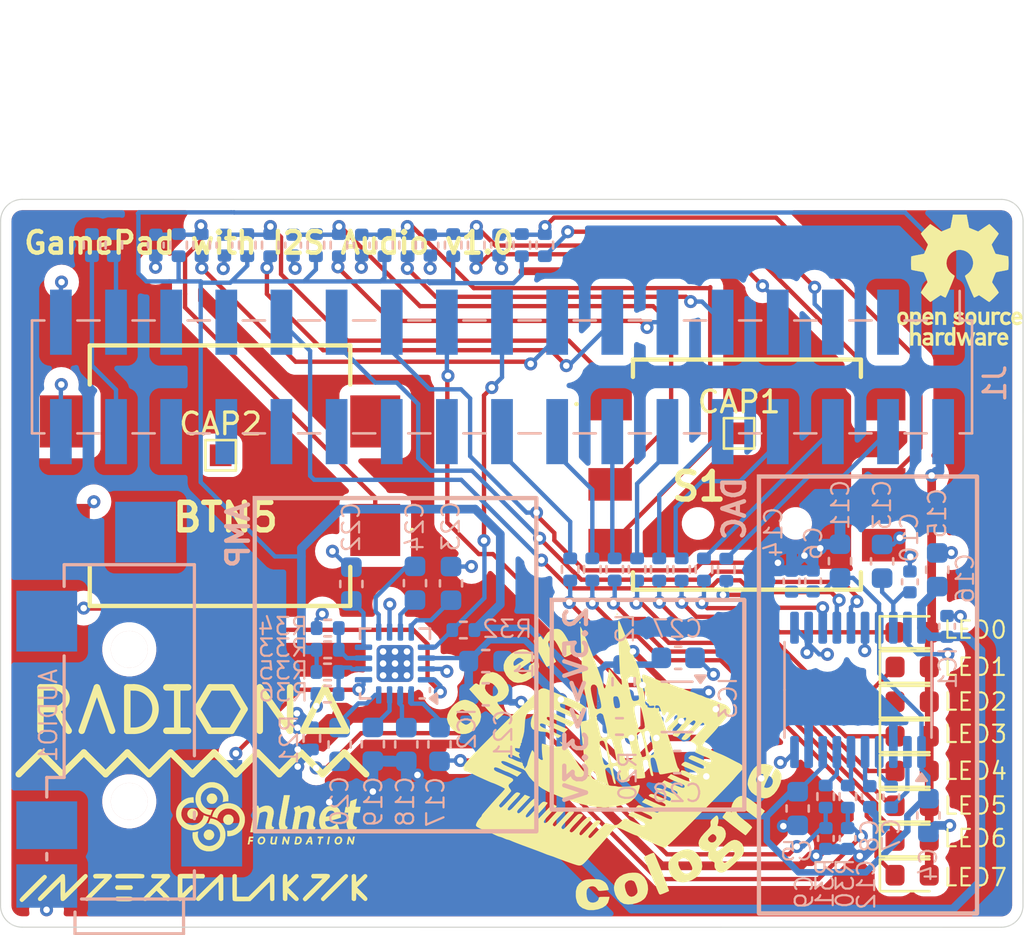
<source format=kicad_pcb>
(kicad_pcb (version 20240108) (generator "pcbnew") (generator_version "8.0")
  (title_block (date "2024-07-18") (company "Intergalaktik d.o.o."))
  (layers (0 "F.Cu" signal) (1 "In1.Cu" signal "GND1.Cu") (2 "In2.Cu" signal "GND2.Cu") (31 "B.Cu" signal) (34 "B.Paste" user) (35 "F.Paste" user) (36 "B.SilkS" user "B.Silkscreen") (37 "F.SilkS" user "F.Silkscreen") (38 "B.Mask" user) (39 "F.Mask" user) (44 "Edge.Cuts" user))
  (net 0 "")
  (net 1 "/AUDIO_V")
  (net 3 "GND")
  (net 5 "/HP_OUTL")
  (net 6 "/FPGA_SPI_FWD")
  (net 7 "+2V5")
  (net 8 "/WC_A1")
  (net 9 "Net-(J1-Pin_32)")
  (net 10 "/HP_OUTR")
  (net 11 "+1V8")
  (net 12 "/SER_RX_N")
  (net 13 "/SER_TX_N")
  (net 14 "/WB_A8")
  (net 15 "Net-(BTN5-Pad1)")
  (net 16 "/EA_A8")
  (net 17 "/SER_CLK_N")
  (net 18 "+3V3A")
  (net 19 "/WC_A2")
  (net 20 "/WC_B0")
  (net 21 "Net-(J1-Pin_31)")
  (net 22 "/EA_B8")
  (net 23 "/WC_A3")
  (net 24 "GNDA")
  (net 25 "/SER_TX_P")
  (net 26 "Net-(IC1-CAPM)")
  (net 27 "/WB_B8")
  (net 28 "/FPGA_RESET_IN")
  (net 29 "/SER_CLK_P")
  (net 30 "/WC_B1")
  (net 31 "/WC_B3")
  (net 32 "Net-(IC1-CAPP)")
  (net 33 "/WC_B2")
  (net 34 "/SER_RX_P")
  (net 35 "/WC_A0")
  (net 36 "Net-(LED0-K)")
  (net 37 "Net-(LED1-K)")
  (net 38 "Net-(LED2-K)")
  (net 39 "Net-(LED3-K)")
  (net 40 "Net-(LED4-K)")
  (net 41 "Net-(LED5-K)")
  (net 42 "Net-(LED6-K)")
  (net 43 "Net-(LED7-K)")
  (net 44 "/CLK0")
  (net 45 "/CLK3")
  (net 46 "Net-(IC1-VNEG)")
  (net 47 "/OUTR")
  (net 48 "/+1.8V")
  (net 49 "/OUTL")
  (net 50 "/+3V3")
  (net 51 "Net-(IC2-INL-)")
  (net 52 "Net-(IC2-INL+)")
  (net 53 "Net-(IC2-INR+)")
  (net 54 "Net-(IC2-INR-)")
  (net 55 "Net-(IC2-HPVSS)")
  (net 56 "Net-(IC2-HPVDD)")
  (net 57 "Net-(IC2-CAP+)")
  (net 58 "Net-(IC2-CAP-)")
  (net 59 "Net-(IC1-OUTL)")
  (net 60 "I2S1_TX_WS")
  (net 61 "I2S1_TX_SDA")
  (net 62 "I2S1_TX_SCK")
  (net 63 "Net-(IC1-OUTR)")
  (net 64 "AMP_EN")
  (net 65 "/G1")
  (net 66 "/G0")
  (net 67 "Net-(IC3-L)")
  (net 68 "/SB_A2")
  (net 69 "/SB_B3")
  (net 70 "/SB_A3")
  (net 71 "AUDIO_MUTE")
  (net 72 "/LEFT")
  (net 73 "/DOWN")
  (net 74 "/RIGHT")
  (net 75 "/UP")
  (net 76 "/CENTER")
  (footprint "LED_SMD:LED_0603_1608Metric" (layer "F.Cu") (at 153.42 84.7425)
    (property "Reference" "LED7")
    (property "Value" "LED" (hide yes))
  )
  (footprint "Omron_Button_SMD:B3FS4055P" (layer "F.Cu") (at 121.54 66.34)
    (property "Reference" "BTN5")
    (property "Value" "BTN" (hide yes))
  )
  (footprint "LED_SMD:LED_0603_1608Metric" (layer "F.Cu") (at 153.415 73.5525)
    (property "Reference" "LED0")
    (property "Value" "LED" (hide yes))
  )
  (footprint "nlnet:nlnet" (layer "F.Cu") (at 123.76456 82.049388)
    (property "Reference" "G***" (hide yes))
    (property "Value" "LOGO" (hide yes))
  )
  (footprint "Sparkfun:MUAS90R" (layer "F.Cu") (at 145.81 66.29)
    (property "Reference" "S1")
    (property "Value" "MU-AS90R" (hide yes))
  )
  (footprint "TestPoint:TestPoint_Pad_1.0x1.0mm" (layer "F.Cu") (at 145.45 64.39)
    (property "Reference" "CAP1")
    (property "Value" "CAP_JOY")
  )
  (footprint "TestPoint:TestPoint_Pad_1.0x1.0mm" (layer "F.Cu") (at 121.57 65.4)
    (property "Reference" "CAP2")
    (property "Value" "CAP_BTN")
  )
  (footprint "Cologne:open_cologne" (layer "F.Cu") (at 139.583146 79.545736)
    (property "Reference" "G***" (hide yes))
    (property "Value" "LOGO" (hide yes))
  )
  (footprint "LED_SMD:LED_0603_1608Metric" (layer "F.Cu") (at 153.4225 76.7525)
    (property "Reference" "LED2")
    (property "Value" "LED" (hide yes))
  )
  (footprint "LED_SMD:LED_0603_1608Metric" (layer "F.Cu") (at 153.4225 78.3425)
    (property "Reference" "LED3")
    (property "Value" "LED" (hide yes))
  )
  (footprint "Symbol:OSHW-Logo_5.7x6mm_SilkScreen" (layer "F.Cu") (at 155.61 57.33)
    (property "Reference" "REF**" (hide yes))
    (property "Value" "OSHW-Logo_5.7x6mm_SilkScreen" (hide yes))
  )
  (footprint "LED_SMD:LED_0603_1608Metric" (layer "F.Cu") (at 153.42 83.1425)
    (property "Reference" "LED6")
    (property "Value" "LED" (hide yes))
  )
  (footprint "LED_SMD:LED_0603_1608Metric" (layer "F.Cu") (at 153.4225 75.151071)
    (property "Reference" "LED1")
    (property "Value" "LED" (hide yes))
  )
  (footprint "radiona:radiona" (layer "F.Cu") (at 120.27 77.09)
    (property "Reference" "radiona" (hide yes))
    (property "Value" "radiona" (hide yes))
  )
  (footprint "LED_SMD:LED_0603_1608Metric" (layer "F.Cu") (at 153.4225 81.5425)
    (property "Reference" "LED5")
    (property "Value" "LED" (hide yes))
  )
  (footprint "LED_SMD:LED_0603_1608Metric" (layer "F.Cu") (at 153.4225 79.9425)
    (property "Reference" "LED4")
    (property "Value" "LED" (hide yes))
  )
  (footprint "PCM_Intergalaktik:Intergalaktik logo" (layer "F.Cu") (at 120.36 85.19)
    (property "Reference" "G***" (hide yes))
    (property "Value" "LOGO" (hide yes))
  )
  (footprint "Resistor_SMD:R_0402_1005Metric" (layer "B.Cu") (at 125.956472 55.72 -90)
    (property "Reference" "R14" (hide yes))
    (property "Value" "10K/R0402")
  )
  (footprint "Resistor_SMD:R_0402_1005Metric" (layer "B.Cu") (at 126.49 76.4)
    (property "Reference" "R36")
    (property "Value" "33K")
  )
  (footprint "Capacitor_SMD:C_0402_1005Metric" (layer "B.Cu") (at 153.3175 71.23 90)
    (property "Reference" "C10")
    (property "Value" "100nF")
  )
  (footprint "Capacitor_SMD:C_0402_1005Metric" (layer "B.Cu") (at 131.229412 55.72 -90)
    (property "Reference" "C1" (hide yes))
    (property "Value" "100nF/10V/20%/X5R/C0402")
  )
  (footprint "Resistor_SMD:R_0402_1005Metric" (layer "B.Cu") (at 137.67 70.6575 90)
    (property "Reference" "R7" (hide yes))
    (property "Value" "2.2K/R0402")
  )
  (footprint "Resistor_SMD:R_0402_1005Metric" (layer "B.Cu") (at 122.794708 55.72 -90)
    (property "Reference" "R18" (hide yes))
    (property "Value" "10K/R0402")
  )
  (footprint "Capacitor_SMD:C_0402_1005Metric" (layer "B.Cu") (at 121.74412 55.72 -90)
    (property "Reference" "C25" (hide yes))
    (property "Value" "100nF/10V/20%/X5R/C0402")
  )
  (footprint "Resistor_SMD:R_0402_1005Metric" (layer "B.Cu") (at 138.69 70.6575 90)
    (property "Reference" "R6" (hide yes))
    (property "Value" "2.2K/R0402")
  )
  (footprint "Capacitor_SMD:C_0603_1608Metric" (layer "B.Cu") (at 130.52 71.29 90)
    (property "Reference" "C24")
    (property "Value" "1u")
  )
  (footprint "Resistor_SMD:R_0402_1005Metric" (layer "B.Cu") (at 141.770952 70.66 90)
    (property "Reference" "R3" (hide yes))
    (property "Value" "2.2K/R0402")
  )
  (footprint "Resistor_SMD:R_0402_1005Metric" (layer "B.Cu") (at 139.94 77.89 180)
    (property "Reference" "R20")
    (property "Value" "10K")
  )
  (footprint "Connector_PinSocket_2.54mm:PinSocket_2x17_P2.54mm_Vertical_SMD" (layer "B.Cu") (at 134.53 61.79 90)
    (property "Reference" "J1")
    (property "Value" "Conn_02x17_Odd_Even" (hide yes))
  )
  (footprint "Capacitor_SMD:C_0603_1608Metric" (layer "B.Cu") (at 150.0975 70.2725 90)
    (property "Reference" "C11")
    (property "Value" "10uF")
  )
  (footprint "Package_DFN_QFN:QFN-16-1EP_3x3mm_P0.5mm_EP1.7x1.7mm_ThermalVias" (layer "B.Cu") (at 129.6 74.99 90)
    (property "Reference" "IC2")
    (property "Value" "PAM8908")
  )
  (footprint "Package_TO_SOT_SMD:SOT-363_SC-70-6" (layer "B.Cu") (at 142.59 76.99 180)
    (property "Reference" "IC3")
    (property "Value" "TLV61225DC")
  )
  (footprint "Inductor_SMD:L_0603_1608Metric" (layer "B.Cu") (at 140.13 75.83 90)
    (property "Reference" "L2")
    (property "Value" "4.7uH")
  )
  (footprint "Capacitor_SMD:C_0402_1005Metric" (layer "B.Cu") (at 134.391176 55.72 -90)
    (property "Reference" "C0" (hide yes))
    (property "Value" "100nF/10V/20%/X5R/C0402")
  )
  (footprint "Capacitor_SMD:C_0603_1608Metric" (layer "B.Cu") (at 154.17 81.99 -90)
    (property "Reference" "C4")
    (property "Value" "10uF")
  )
  (footprint "Resistor_SMD:R_0402_1005Metric" (layer "B.Cu") (at 116.65 55.72 -90)
    (property "Reference" "R111" (hide yes))
    (property "Value" "100R/R0402")
  )
  (footprint "Resistor_SMD:R_0402_1005Metric" (layer "B.Cu") (at 142.800952 70.66 90)
    (property "Reference" "R2" (hide yes))
    (property "Value" "2.2K/R0402")
  )
  (footprint "Resistor_SMD:R_0402_1005Metric" (layer "B.Cu") (at 129.118236 55.72 -90)
    (property "Reference" "R12" (hide yes))
    (property "Value" "10K/R0402")
  )
  (footprint "Inductor_SMD:L_0603_1608Metric" (layer "B.Cu") (at 133.78 74.88)
    (property "Reference" "L1")
    (property "Value" "80R@100M")
  )
  (footprint "Resistor_SMD:R_0402_1005Metric" (layer "B.Cu") (at 132.28 55.72 -90)
    (property "Reference" "R10" (hide yes))
    (property "Value" "10K/R0402")
  )
  (footprint "Resistor_SMD:R_0402_1005Metric" (layer "B.Cu") (at 132.75 73.45)
    (property "Reference" "R32")
    (property "Value" "33K")
  )
  (footprint "Capacitor_SMD:C_0603_1608Metric" (layer "B.Cu") (at 148.1475 81.67 -90)
    (property "Reference" "C5")
    (property "Value" "10uF")
  )
  (footprint "Capacitor_SMD:C_0402_1005Metric" (layer "B.Cu") (at 147.8675 71.2 90)
    (property "Reference" "C14")
    (property "Value" "100nF")
  )
  (footprint "Resistor_SMD:R_0402_1005Metric" (layer "B.Cu") (at 149.4375 81.12 90)
    (property "Reference" "R31")
    (property "Value" "470")
  )
  (footprint "Capacitor_SMD:C_0603_1608Metric" (layer "B.Cu") (at 152.0375 70.2825 90)
    (property "Reference" "C13")
    (property "Value" "10uF")
  )
  (footprint "Package_SO:TSSOP-20_4.4x6.5mm_P0.65mm" (layer "B.Cu") (at 150.9275 76.205 90)
    (property "Reference" "IC1")
    (property "Value" "PCM5100")
  )
  (footprint "Capacitor_SMD:C_0603_1608Metric" (layer "B.Cu") (at 132.18 71.3 -90)
    (property "Reference" "C23")
    (property "Value" "1u")
  )
  (footprint "Capacitor_SMD:C_0402_1005Metric" (layer "B.Cu") (at 148.8575 71.19 90)
    (property "Reference" "C6")
    (property "Value" "100nF")
  )
  (footprint "Resistor_SMD:R_0402_1005Metric" (layer "B.Cu") (at 150.4575 81.12 90)
    (property "Reference" "R30")
    (property "Value" "470")
  )
  (footprint "Resistor_SMD:R_0402_1005Metric" (layer "B.Cu") (at 139.72 70.6575 90)
    (property "Reference" "R5" (hide yes))
    (property "Value" "2.2K/R0402")
  )
  (footprint "Resistor_SMD:R_0402_1005Metric" (layer "B.Cu") (at 123.855296 55.72 90)
    (property "Reference" "R16" (hide yes))
    (property "Value" "22R/R0402")
  )
  (footprint "Resistor_SMD:R_0402_1005Metric" (layer "B.Cu") (at 126.49 75.38 180)
    (property "Reference" "R35")
    (property "Value" "330")
  )
  (footprint "Resistor_SMD:R_0402_1005Metric" (layer "B.Cu") (at 120.693532 55.72 90)
    (property "Reference" "R17" (hide yes))
    (property "Value" "22R/R0402")
  )
  (footprint "Resistor_SMD:R_0402_1005Metric" (layer "B.Cu") (at 143.830952 70.66 90)
    (property "Reference" "R1" (hide yes))
    (property "Value" "2.2K/R0402")
  )
  (footprint "Capacitor_SMD:C_0402_1005Metric" (layer "B.Cu") (at 124.905884 55.72 -90)
    (property "Reference" "C2" (hide yes))
    (property "Value" "100nF/10V/20%/X5R/C0402")
  )
  (footprint "Capacitor_SMD:C_0603_1608Metric" (layer "B.Cu") (at 127.05 78.72 -90)
    (property "Reference" "C20")
    (property "Value" "4.7u")
  )
  (footprint "Capacitor_SMD:C_0402_1005Metric" (layer "B.Cu") (at 118.582356 55.72 -90)
    (property "Reference" "C26" (hide yes))
    (property "Value" "100nF/10V/20%/X5R/C0402")
  )
  (footprint "Capacitor_SMD:C_0603_1608Metric" (layer "B.Cu") (at 142.645 74.73)
    (property "Reference" "C27")
    (property "Value" "10uF")
  )
  (footprint "Capacitor_SMD:C_0402_1005Metric" (layer "B.Cu") (at 128.067648 55.72 -90)
    (property "Reference" "C3" (hide yes))
    (property "Value" "100nF/10V/20%/X5R/C0402")
  )
  (footprint "Capacitor_SMD:C_0603_1608Metric" (layer "B.Cu") (at 130.12 78.72 -90)
    (property "Reference" "C18")
    (property "Value" "4.7u")
  )
  (footprint "Capacitor_SMD:C_0402_1005Metric" (layer "B.Cu") (at 151.4675 81.12 90)
    (property "Reference" "C8")
    (property "Value" "2.2uF")
  )
  (footprint "Capacitor_SMD:C_0402_1005Metric" (layer "B.Cu") (at 149.4475 83.05 -90)
    (property "Reference" "C9")
    (property "Value" "2.2nF")
  )
  (footprint "Resistor_SMD:R_0402_1005Metric" (layer "B.Cu") (at 126.5 74.36 180)
    (property "Reference" "R33")
    (property "Value" "330")
  )
  (footprint "Capacitor_SMD:C_0402_1005Metric" (layer "B.Cu") (at 150.4475 83.05 -90)
    (property "Reference" "C12")
    (property "Value" "2.2nF")
  )
  (footprint "Capacitor_SMD:C_0603_1608Metric" (layer "B.Cu") (at 128.58 78.71 -90)
    (property "Reference" "C19")
    (property "Value" "4.7u")
  )
  (footprint "Capacitor_SMD:C_0603_1608Metric" (layer "B.Cu") (at 154.5775 70.6725 90)
    (property "Reference" "C15")
    (property "Value" "10uF")
  )
  (footprint "Capacitor_SMD:C_0603_1608Metric" (layer "B.Cu") (at 127.59 71.33 90)
    (property "Reference" "C22")
    (property "Value" "1u")
  )
  (footprint "Capacitor_SMD:C_0603_1608Metric" (layer "B.Cu") (at 142.6 79.53)
    (property "Reference" "C28")
    (property "Value" "10uF")
  )
  (footprint "Resistor_SMD:R_0402_1005Metric" (layer "B.Cu") (at 135.441764 55.72 -90)
    (property "Reference" "R8" (hide yes))
    (property "Value" "10K/R0402")
  )
  (footprint "Resistor_SMD:R_0402_1005Metric" (layer "B.Cu") (at 125.77 78.44 -90)
    (property "Reference" "R21")
    (property "Value" "R0")
  )
  (footprint "Resistor_SMD:R_0402_1005Metric" (layer "B.Cu") (at 115.64 55.72 90)
    (property "Reference" "R112" (hide yes))
    (property "Value" "100R/R0402")
  )
  (footprint "Resistor_SMD:R_0402_1005Metric" (layer "B.Cu") (at 126.5 73.36)
    (property "Reference" "R34")
    (property "Value" "33K")
  )
  (footprint "Resistor_SMD:R_0402_1005Metric" (layer "B.Cu") (at 130.178824 55.72 90)
    (property "Reference" "R13" (hide yes))
    (property "Value" "22R/R0402")
  )
  (footprint "Resistor_SMD:R_0402_1005Metric" (layer "B.Cu") (at 133.340588 55.72 90)
    (property "Reference" "R11" (hide yes))
    (property "Value" "22R/R0402")
  )
  (footprint "Capacitor_SMD:C_0402_1005Metric" (layer "B.Cu") (at 152.4575 81.14 90)
    (property "Reference" "C7")
    (property "Value" "2.2uF")
  )
  (footprint "Resistor_SMD:R_0402_1005Metric" (layer "B.Cu") (at 119.632944 55.72 -90)
    (property "Reference" "R19" (hide yes))
    (property "Value" "10K/R0402")
  )
  (footprint "Resistor_SMD:R_0402_1005Metric" (layer "B.Cu") (at 136.502356 55.72 90)
    (property "Reference" "R9" (hide yes))
    (property "Value" "22R/R0402")
  )
  (footprint "Capacitor_SMD:C_0603_1608Metric" (layer "B.Cu") (at 133.78 76.41 180)
    (property "Reference" "C21")
    (property "Value" "4.7u")
  )
  (footprint "Capacitor_SMD:C_0603_1608Metric" (layer "B.Cu") (at 131.65 78.72 -90)
    (property "Reference" "C17")
    (property "Value" "4.7u")
  )
  (footprint "audio-jack:CUI_SJ-43516-SMT" (layer "B.Cu") (at 117.36 78.34)
    (property "Reference" "AUDIO1")
    (property "Value" "JACK_TRS_6PINS" (hide yes))
  )
  (footprint "Capacitor_SMD:C_0402_1005Metric" (layer "B.Cu") (at 155.0275 73.28 90)
    (property "Reference" "C16")
    (property "Value" "100nF")
  )
  (footprint "Resistor_SMD:R_0402_1005Metric" (layer "B.Cu") (at 140.750952 70.66 90)
    (property "Reference" "R4" (hide yes))
    (property "Value" "2.2K/R0402")
  )
  (footprint "Resistor_SMD:R_0402_1005Metric" (layer "B.Cu") (at 127.01706 55.72 90)
    (property "Reference" "R15" (hide yes))
    (property "Value" "22R/R0402")
  )
  (footprint "Resistor_SMD:R_0402_1005Metric" (layer "B.Cu") (at 144.860952 70.67 90)
    (property "Reference" "R0" (hide yes))
    (property "Value" "2.2K/R0402")
  )
  (gr_rect (start 146.365 66.3775) (end 156.41 86.5025) (stroke (width 0.2)) (fill none) (layer "B.SilkS"))
  (gr_rect (start 123.14 67.37) (end 136.11 82.72) (stroke (width 0.2)) (fill none) (layer "B.SilkS"))
  (gr_rect (start 136.82 72.06) (end 145.69 81.72) (stroke (width 0.2)) (fill none) (layer "B.SilkS"))
  (gr_line (start 111.430634 86.136438) (end 111.433612 54.600634) (stroke (width 0.05)) (layer "Edge.Cuts"))
  (gr_line (start 157.526438 87.139366) (end 112.420634 87.136388) (stroke (width 0.05)) (layer "Edge.Cuts"))
  (gr_arc (start 157.539366 53.613612) (mid 158.240035 53.909985) (end 158.529366 54.613562) (stroke (width 0.05)) (layer "Edge.Cuts"))
  (gr_arc (start 111.433612 54.600634) (mid 111.729985 53.899965) (end 112.433562 53.610634) (stroke (width 0.05)) (layer "Edge.Cuts"))
  (gr_arc (start 158.526388 86.149366) (mid 158.23 86.85) (end 157.526438 87.139366) (stroke (width 0.05)) (layer "Edge.Cuts"))
  (gr_line (start 157.539366 53.613612) (end 112.433562 53.610634) (stroke (width 0.05)) (layer "Edge.Cuts"))
  (gr_arc (start 112.420634 87.136388) (mid 111.72 86.84) (end 111.430634 86.136438) (stroke (width 0.05)) (layer "Edge.Cuts"))
  (gr_line (start 158.529366 54.613562) (end 158.526388 86.149366) (stroke (width 0.05)) (layer "Edge.Cuts"))
  (gr_text "AMP" (at 122.96 67.44 90) (layer "B.SilkS") (effects (font (size 1 1) (thickness 0.2) (bold yes)) (justify left bottom mirror)))
  (gr_text "2.5V>>3.3V" (at 138.53 72.28 90) (layer "B.SilkS") (effects (font (size 1 1) (thickness 0.2) (bold yes)) (justify left bottom mirror)))
  (gr_text "DAC" (at 145.81 66.29 90) (layer "B.SilkS") (effects (font (size 1 1) (thickness 0.2) (bold yes)) (justify left bottom mirror)))
  (gr_text "GamePad with I2S Audio v1.0" (at 112.41 56.2 0) (layer "F.SilkS") (effects (font (size 1 1) (thickness 0.2) (bold yes)) (justify left bottom)))
  (segment (start 114.43 68.84) (end 115.73 67.54) (width 0.2) (layer "F.Cu") (net 3))
  (segment (start 114.39 68.84) (end 114.43 68.84) (width 0.2) (layer "F.Cu") (net 3))
  (via (at 155.068739 74.561065) (size 0.6) (drill 0.3) (layers "F.Cu" "B.Cu") (net 3))
  (via (at 131.22 56.79) (size 0.6) (drill 0.3) (layers "F.Cu" "B.Cu") (net 3))
  (via (at 125 56.79) (size 0.6) (drill 0.3) (layers "F.Cu" "B.Cu") (net 3))
  (via (at 125.98 76.95) (size 0.6) (drill 0.3) (layers "F.Cu" "B.Cu") (net 3))
  (via (at 125.11 77.95) (size 0.6) (drill 0.3) (layers "F.Cu" "B.Cu") (net 3))
  (via (at 128.05 56.74) (size 0.6) (drill 0.3) (layers "F.Cu" "B.Cu") (net 3))
  (via (at 152.8475 69.2025) (size 0.6) (drill 0.3) (layers "F.Cu" "B.Cu") (net 3))
  (via (at 118.57 56.74) (size 0.6) (drill 0.3) (layers "F.Cu" "B.Cu") (net 3))
  (via (at 125.08 77.29) (size 0.6) (drill 0.3) (layers "F.Cu" "B.Cu") (net 3))
  (via (at 147.35 79.55) (size 0.6) (drill 0.3) (layers "F.Cu" "B.Cu") (net 3))
  (via (at 134.51 56.79) (size 0.6) (drill 0.3) (layers "F.Cu" "B.Cu") (net 3))
  (via (at 151.2375 74.4) (size 0.6) (drill 0.3) (layers "F.Cu" "B.Cu") (net 3))
  (via (at 144.269826 75.49) (size 0.6) (drill 0.3) (layers "F.Cu" "B.Cu") (net 3))
  (via (at 135.41 76.78) (size 0.6) (drill 0.3) (layers "F.Cu" "B.Cu") (net 3))
  (via (at 131.99 75.35) (size 0.6) (drill 0.3) (layers "F.Cu" "B.Cu") (net 3))
  (via (at 149.517833 74.568813) (size 0.6) (drill 0.3) (layers "F.Cu" "B.Cu") (net 3))
  (via (at 155.64 72.82) (size 0.6) (drill 0.3) (layers "F.Cu" "B.Cu") (net 3))
  (via (at 126.25 72.71) (size 0.6) (drill 0.3) (layers "F.Cu" "B.Cu") (net 3))
  (via (at 148.57462 74.48538) (size 0.6) (drill 0.3) (layers "F.Cu" "B.Cu") (net 3))
  (via (at 133.12 70.52) (size 0.6) (drill 0.3) (layers "F.Cu" "B.Cu") (net 3))
  (via (at 129.36 72.26) (size 0.6) (drill 0.3) (layers "F.Cu" "B.Cu") (net 3))
  (via (at 114.23 62.139998) (size 0.6) (drill 0.3) (layers "F.Cu" "B.Cu") (net 3))
  (via (at 143.94 80.19) (size 0.6) (drill 0.3) (layers "F.Cu" "B.Cu") (net 3))
  (via (at 142.79 77.65) (size 0.6) (drill 0.3) (layers "F.Cu" "B.Cu") (net 3))
  (via (at 113.550034 86.336463) (size 0.6) (drill 0.3) (layers "F.Cu" "B.Cu") (net 3))
  (via (at 121.689746 56.800254) (size 0.6) (drill 0.3) (layers "F.Cu" "B.Cu") (net 3))
  (via (at 155.15 82.45) (size 0.6) (drill 0.3) (layers "F.Cu" "B.Cu") (net 3))
  (via (at 126.72 69.82) (size 0.6) (drill 0.3) (layers "F.Cu" "B.Cu") (net 3))
  (via (at 114.24 57.42) (size 0.6) (drill 0.3) (layers "F.Cu" "B.Cu") (net 3))
  (via (at 153.3375 70.0725) (size 0.6) (drill 0.3) (layers "F.Cu" "B.Cu") (net 3))
  (via (at 155.2275 69.8825) (size 0.6) (drill 0.3) (layers "F.Cu" "B.Cu") (net 3))
  (via (at 115.73 67.54) (size 0.6) (drill 0.3) (layers "F.Cu" "B.Cu") (net 3))
  (segment (start 125.99 72.97) (end 125.99 73.36) (width 0.2) (layer "B.Cu") (net 3))
  (segment (start 153.3175 70.0925) (end 153.3175 70.75) (width 0.2) (layer "B.Cu") (net 3))
  (segment (start 154.17 82.765) (end 154.485 82.45) (width 0.4) (layer "B.Cu") (net 3))
  (segment (start 125.77 77.93) (end 125.13 77.93) (width 0.5) (layer "B.Cu") (net 3))
  (segment (start 114.21 59.27) (end 114.21 57.45) (width 0.2) (layer "B.Cu") (net 3))
  (segment (start 148.0025 79.0675) (end 147.53 79.54) (width 0.2) (layer "B.Cu") (net 3))
  (segment (start 134.391176 56.671176) (end 134.51 56.79) (width 0.2) (layer "B.Cu") (net 3))
  (segment (start 143.375 79.625) (end 143.375 79.53) (width 0.3) (layer "B.Cu") (net 3))
  (segment (start 128.067648 56.2) (end 128.067648 56.722352) (width 0.2) (layer "B.Cu") (net 3))
  (segment (start 152.8475 69.2025) (end 152.5425 69.5075) (width 0.2) (layer "B.Cu") (net 3))
  (segment (start 142.8 77.64) (end 142.79 77.65) (width 0.3) (layer "B.Cu") (net 3))
  (segment (start 155.62 72.8) (end 155.64 72.82) (width 0.2) (layer "B.Cu") (net 3))
  (segment (start 148.6525 74.079999) (end 148.6525 73.3425) (width 0.2) (layer "B.Cu") (net 3))
  (segment (start 129.36 72.26) (end 129.35 72.27) (width 0.2) (layer "B.Cu") (net 3))
  (segment (start 118.582356 56.727644) (end 118.57 56.74) (width 0.2) (layer "B.Cu") (net 3))
  (segment (start 125.13 77.93) (end 125.11 77.95) (width 0.2) (layer "B.Cu") (net 3))
  (segment (start 148.57462 73.91462) (end 148.57462 74.48538) (width 0.2) (layer "B.Cu") (net 3))
  (segment (start 131.88 75.24) (end 131.99 75.35) (width 0.2) (layer "B.Cu") (net 3))
  (segment (start 113.56 85.24) (end 113.56 86.326497) (width 0.2) (layer "B.Cu") (net 3))
  (segment (start 114.21 57.45) (end 114.24 57.42) (width 0.2) (layer "B.Cu") (net 3))
  (segment (start 131.229412 56.780588) (end 131.22 56.79) (width 0.2) (layer "B.Cu") (net 3))
  (segment (start 154.5775 69.8975) (end 155.2125 69.8975) (width 0.2) (layer "B.Cu") (net 3))
  (segment (start 128.067648 56.722352) (end 128.05 56.74) (width 0.2) (layer "B.Cu") (net 3))
  (segment (start 124.905884 56.695884) (end 125 56.79) (width 0.2) (layer "B.Cu") (net 3))
  (segment (start 155.0275 72.8) (end 155.62 72.8) (width 0.2) (layer "B.Cu") (net 3))
  (segment (start 155.2125 69.8975) (end 155.2275 69.8825) (width 0.2) (layer "B.Cu") (net 3))
  (segment (start 134.391176 56.2) (end 134.391176 56.671176) (width 0.2) (layer "B.Cu") (net 3))
  (segment (start 121.74412 56.74588) (end 121.689746 56.800254) (width 0.2) (layer "B.Cu") (net 3))
  (segment (start 151.2525 74.385) (end 151.2375 74.4) (width 0.2) (layer "B.Cu") (net 3))
  (segment (start 114.21 64.31) (end 114.21 62.159998) (width 0.2) (layer "B.Cu") (net 3))
  (segment (start 149.141314 74.568813) (end 148.6525 74.079999) (width 0.2) (layer "B.Cu") (net 3))
  (segment (start 118.582356 56.2) (end 118.582356 56.727644) (width 0.2) (layer "B.Cu") (net 3))
  (segment (start 147.53 79.54) (end 147.5 79.54) (width 0.2) (layer "B.Cu") (net 3))
  (segment (start 133.115 70.525) (end 133.12 70.52) (width 0.2) (layer "B.Cu") (net 3))
  (segment (start 131.229412 56.2) (end 131.229412 56.780588) (width 0.2) (layer "B.Cu") (net 3))
  (segment (start 113.56 86.326497) (end 113.550034 86.336463) (width 0.2) (layer "B.Cu") (net 3))
  (segment (start 126.25 72.71) (end 125.99 72.97) (width 0.2) (layer "B.Cu") (net 3))
  (segment (start 125.77 77.93) (end 125.72 77.93) (width 0.5) (layer "B.Cu") (net 3))
  (segment (start 151.2525 73.3425) (end 151.2525 74.385) (width 0.2) (layer "B.Cu") (net 3))
  (segment (start 143.509826 74.73) (end 144.269826 75.49) (width 0.2) (layer "B.Cu") (net 3))
  (segment (start 127.455 70.555) (end 127.59 70.555) (width 0.2) (layer "B.Cu") (net 3))
  (segment (start 153.2025 74.079999) (end 153.683566 74.561065) (width 0.2) (layer "B.Cu") (net 3))
  (segment (start 153.2025 73.3425) (end 153.2025 74.079999) (width 0.2) (layer "B.Cu") (net 3))
  (segment (start 132.18 70.525) (end 133.115 70.525) (width 0.2) (layer "B.Cu") (net 3))
  (segment (start 143.54 77.64) (end 142.8 77.64) (width 0.3) (layer "B.Cu") (net 3))
  (segment (start 135.41 76.78) (end 134.925 76.78) (width 0.3) (layer "B.Cu") (net 3))
  (segment (start 126.72 69.82) (end 127.455 70.555) (width 0.2) (layer "B.Cu") (net 3))
  (segment (start 143.42 74.73) (end 143.509826 74.73) (width 0.2) (layer "B.Cu") (net 3))
  (segment (start 134.925 76.78) (end 134.555 76.41) (width 0.3) (layer "B.Cu") (net 3))
  (segment (start 154.485 82.45) (end 155.15 82.45) (width 0.4) (layer "B.Cu") (net 3))
  (segment (start 153.683566 74.561065) (end 155.068739 74.561065) (width 0.2) (layer "B.Cu") (net 3))
  (segment (start 147.36 79.54) (end 147.35 79.55) (width 0.2) (layer "B.Cu") (net 3))
  (segment (start 143.94 80.19) (end 143.375 79.625) (width 0.3) (layer "B.Cu") (net 3))
  (segment (start 152.5425 69.5075) (end 152.0375 69.5075) (width 0.2) (layer "B.Cu") (net 3))
  (segment (start 131.05 75.24) (end 131.88 75.24) (width 0.2) (layer "B.Cu") (net 3))
  (segment (start 148.0025 73.3425) (end 148.57462 73.91462) (width 0.2) (layer "B.Cu") (net 3))
  (segment (start 124.905884 56.2) (end 124.905884 56.695884) (width 0.2) (layer "B.Cu") (net 3))
  (segment (start 147.53 79.54) (end 147.36 79.54) (width 0.2) (layer "B.Cu") (net 3))
  (segment (start 129.35 72.27) (end 129.35 73.54) (width 0.2) (layer "B.Cu") (net 3))
  (segment (start 125.72 77.93) (end 125.08 77.29) (width 0.5) (layer "B.Cu") (net 3))
  (segment (start 114.21 62.159998) (end 114.23 62.139998) (width 0.2) (layer "B.Cu") (net 3))
  (segment (start 149.517833 74.568813) (end 149.141314 74.568813) (width 0.2) (layer "B.Cu") (net 3))
  (segment (start 153.3375 70.0725) (end 153.3175 70.0925) (width 0.2) (layer "B.Cu") (net 3))
  (segment (start 125.98 76.4) (end 125.98 76.95) (width 0.2) (layer "B.Cu") (net 3))
  (segment (start 121.74412 56.2) (end 121.74412 56.74588) (width 0.2) (layer "B.Cu") (net 3))
  (segment (start 130.44 73.44) (end 118.89 73.44) (width 0.2) (layer "F.Cu") (net 5))
  (segment (start 118.89 73.44) (end 117.91 72.46) (width 0.2) (layer "F.Cu") (net 5))
  (segment (start 117.91 72.46) (end 115.28 72.46) (width 0.2) (layer "F.Cu") (net 5))
  (segment (start 131.69 76.3) (end 131.1 75.71) (width 0.2) (layer "F.Cu") (net 5))
  (segment (start 131.1 75.71) (end 131.1 74.1) (width 0.2) (layer "F.Cu") (net 5))
  (segment (start 115.28 72.46) (end 115.26 72.44) (width 0.2) (layer "F.Cu") (net 5))
  (segment (start 131.1 74.1) (end 130.44 73.44) (width 0.2) (layer "F.Cu") (net 5))
  (via (at 115.26 72.44) (size 0.6) (drill 0.3) (layers "F.Cu" "B.Cu") (net 5))
  (via (at 131.69 76.3) (size 0.6) (drill 0.3) (layers "F.Cu" "B.Cu") (net 5))
  (segment (start 115.26 72.44) (end 114.16 72.44) (width 0.2) (layer "B.Cu") (net 5))
  (segment (start 131.69 76.01) (end 131.69 76.3) (width 0.2) (layer "B.Cu") (net 5))
  (segment (start 131.05 75.74) (end 131.42 75.74) (width 0.2) (layer "B.Cu") (net 5))
  (segment (start 131.42 75.74) (end 131.69 76.01) (width 0.2) (layer "B.Cu") (net 5))
  (segment (start 114.16 72.44) (end 113.56 73.04) (width 0.2) (layer "B.Cu") (net 5))
  (segment (start 144.047225 76.310337) (end 142.434802 76.310337) (width 0.3) (layer "F.Cu") (net 7))
  (segment (start 142.434802 76.310337) (end 140.560656 74.436191) (width 0.3) (layer "F.Cu") (net 7))
  (via (at 140.560656 74.436191) (size 0.6) (drill 0.3) (layers "F.Cu" "B.Cu") (net 7))
  (via (at 144.047225 76.310337) (size 0.6) (drill 0.3) (layers "F.Cu" "B.Cu") (net 7))
  (segment (start 131.12 57.39) (end 131.2 57.47) (width 0.2) (layer "B.Cu") (net 7))
  (segment (start 131.12 57.39) (end 132.28 57.39) (width 0.2) (layer "B.Cu") (net 7))
  (segment (start 122.195204 54.216489) (end 153.096489 54.216489) (width 0.2) (layer "B.Cu") (net 7))
  (segment (start 141.5575 75.0425) (end 141.87 74.73) (width 0.3) (layer "B.Cu") (net 7))
  (segment (start 125.41 57.39) (end 125.956472 56.843528) (width 0.2) (layer "B.Cu") (net 7))
  (segment (start 125.99 74.36) (end 125.99 75.37) (width 0.2) (layer "B.Cu") (net 7))
  (segment (start 133.36 73.35) (end 133.26 73.45) (width 0.3) (layer "B.Cu") (net 7))
  (segment (start 119.73 57.39) (end 118.15 57.39) (width 0.2) (layer "B.Cu") (net 7))
  (segment (start 122.07 57.39) (end 124.680761 57.39) (width 0.2) (layer "B.Cu") (net 7))
  (segment (start 139.05 77.51) (end 139.43 77.89) (width 0.3) (layer "B.Cu") (net 7))
  (segment (start 117.78 54.28) (end 117.76 54.26) (width 0.2) (layer "B.Cu") (net 7))
  (segment (start 124.07 70.06) (end 125.29 70.06) (width 0.2) (layer "B.Cu") (net 7))
  (segment (start 135.06 57.47) (end 135.441764 57.088236) (width 0.2) (layer "B.Cu") (net 7))
  (segment (start 122.794708 56.665292) (end 122.794708 56.23) (width 0.2) (layer "B.Cu") (net 7))
  (segment (start 120.65 66.64) (end 124.07 70.06) (width 0.2) (layer "B.Cu") (net 7))
  (segment (start 122.053971 54.211269) (end 122.189993 54.211278) (width 0.2) (layer "B.Cu") (net 7))
  (segment (start 119.73 57.39) (end 120.65 57.39) (width 0.2) (layer "B.Cu") (net 7))
  (segment (start 117.78 57.02) (end 117.78 54.28) (width 0.2) (layer "B.Cu") (net 7))
  (segment (start 125.956472 56.843528) (end 125.956472 56.23) (width 0.2) (layer "B.Cu") (net 7))
  (segment (start 117.76 54.26) (end 117.808731 54.211269) (width 0.2) (layer "B.Cu") (net 7))
  (segment (start 143.54 76.34) (end 144.017562 76.34) (width 0.3) (layer "B.Cu") (net 7))
  (segment (start 135.78 73.35) (end 133.36 73.35) (width 0.3) (layer "B.Cu") (net 7))
  (segment (start 125.29 70.06) (end 125.29 74.18) (width 0.4) (layer "B.Cu") (net 7))
  (segment (start 122.07 57.39) (end 122.794708 56.665292) (width 0.2) (layer "B.Cu") (net 7))
  (segment (start 140.13 75.0425) (end 141.5575 75.0425) (width 0.3) (layer "B.Cu") (net 7))
  (segment (start 135.441764 57.088236) (end 135.441764 56.23) (width 0.2) (layer "B.Cu") (net 7))
  (segment (start 140.13 74.866847) (end 140.560656 74.436191) (width 0.3) (layer "B.Cu") (net 7))
  (segment (start 119.632944 56.23) (end 119.632944 57.292944) (width 0.2) (layer "B.Cu") (net 7))
  (segment (start 117.808731 54.211269) (end 122.053971 54.211269) (width 0.2) (layer "B.Cu") (net 7))
  (segment (start 118.15 57.39) (end 117.78 57.02) (width 0.2) (layer "B.Cu") (net 7))
  (segment (start 119.632944 57.292944) (end 119.73 57.39) (width 0.2) (layer "B.Cu") (net 7))
  (segment (start 125.99 75.37) (end 125.98 75.38) (width 0.2) (layer "B.Cu") (net 7))
  (segment (start 127.09 67.88) (end 125.29 69.68) (width 0.4) (layer "B.Cu") (net 7))
  (segment (start 125.29 74.18) (end 125.47 74.36) (width 0.4) (layer "B.Cu") (net 7))
  (segment (start 127.958236 57.39) (end 128.95 57.39) (width 0.2) (layer "B.Cu") (net 7))
  (segment (start 124.68 57.39) (end 127.958236 57.39) (width 0.2) (layer "B.Cu") (net 7))
  (segment (start 131.2 57.47) (end 135.06 57.47) (width 0.2) (layer "B.Cu") (net 7))
  (segment (start 139.05 75.3) (end 139.05 77.51) (width 0.3) (layer "B.Cu") (net 7))
  (segment (start 122.009746 57.450254) (end 122.07 57.39) (width 0.2) (layer "B.Cu") (net 7))
  (segment (start 133.294415 67.88) (end 127.09 67.88) (width 0.4) (layer "B.Cu") (net 7))
  (segment (start 137.73 75.3) (end 135.78 73.35) (width 0.3) (layer "B.Cu") (net 7))
  (segment (start 129.118236 57.221764) (end 129.118236 56.23) (width 0.2) (layer "B.Cu") (net 7))
  (segment (start 132.28 57.39) (end 132.28 56.23) (width 0.2) (layer "B.Cu") (net 7))
  (segment (start 139.3075 75.0425) (end 139.05 75.3) (width 0.3) (layer "B.Cu") (net 7))
  (segment (start 153.096489 54.216489) (end 154.85 55.97) (width 0.2) (layer "B.Cu") (net 7))
  (segment (start 134.45 69.035585) (end 133.294415 67.88) (width 0.4) (layer "B.Cu") (net 7))
  (segment (start 127.958236 57.39) (end 131.12 57.39) (width 0.2) (layer "B.Cu") (net 7))
  (segment (start 133.26 73.45) (end 134.45 72.26) (width 0.4) (layer "B.Cu") (net 7))
  (segment (start 125.47 74.36) (end 125.99 74.36) (width 0.4) (layer "B.Cu") (net 7))
  (segment (start 139.05 75.3) (end 137.73 75.3) (width 0.3) (layer "B.Cu") (net 7))
  (segment (start 144.017562 76.34) (end 144.047225 76.310337) (width 0.3) (layer "B.Cu") (net 7))
  (segment (start 120.65 57.39) (end 120.710254 57.450254) (width 0.2) (layer "B.Cu") (net 7))
  (segment (start 120.65 57.39) (end 120.65 66.64) (width 0.2) (layer "B.Cu") (net 7))
  (segment (start 154.85 55.97) (end 154.85 59.27) (width 0.2) (layer "B.Cu") (net 7))
  (segment (start 124.68 57.39) (end 124.680761 57.39) (width 0.2) (layer "B.Cu") (net 7))
  (segment (start 140.13 75.0425) (end 140.13 74.866847) (width 0.3) (layer "B.Cu") (net 7))
  (segment (start 122.189993 54.211278) (end 122.195204 54.216489) (width 0.2) (layer "B.Cu") (net 7))
  (segment (start 120.710254 57.450254) (end 122.009746 57.450254) (width 0.2) (layer "B.Cu") (net 7))
  (segment (start 125.29 69.68) (end 125.29 70.06) (width 0.4) (layer "B.Cu") (net 7))
  (segment (start 134.45 72.26) (end 134.45 69.035585) (width 0.4) (layer "B.Cu") (net 7))
  (segment (start 140.13 75.0425) (end 139.3075 75.0425) (width 0.3) (layer "B.Cu") (net 7))
  (segment (start 128.95 57.39) (end 129.118236 57.221764) (width 0.2) (layer "B.Cu") (net 7))
  (segment (start 139.61 70.0375) (end 139.72 70.1475) (width 0.2) (layer "B.Cu") (net 8))
  (segment (start 139.61 64.31) (end 139.61 70.0375) (width 0.2) (layer "B.Cu") (net 8))
  (segment (start 116.75 62.38) (end 116.75 64.31) (width 0.2) (layer "B.Cu") (net 9))
  (segment (start 115.64 56.23) (end 115.64 61.27) (width 0.2) (layer "B.Cu") (net 9))
  (segment (start 115.64 61.27) (end 116.75 62.38) (width 0.2) (layer "B.Cu") (net 9))
  (segment (start 127.93 76.19) (end 127.92 76.2) (width 0.2) (layer "F.Cu") (net 10))
  (segment (start 127.92 76.2) (end 125.2 76.2) (width 0.2) (layer "F.Cu") (net 10))
  (segment (start 125.2 76.2) (end 122.27 79.13) (width 0.2) (layer "F.Cu") (net 10))
  (via (at 127.93 76.19) (size 0.6) (drill 0.3) (layers "F.Cu" "B.Cu") (net 10))
  (via (at 122.27 79.13) (size 0.6) (drill 0.3) (layers "F.Cu" "B.Cu") (net 10))
  (segment (start 122.27 79.13) (end 122.27 79.43) (width 0.2) (layer "B.Cu") (net 10))
  (segment (start 128.15 75.74) (end 128.15 75.97) (width 0.2) (layer "B.Cu") (net 10))
  (segment (start 128.15 75.97) (end 127.93 76.19) (width 0.2) (layer "B.Cu") (net 10))
  (segment (start 122.27 79.43) (end 121.16 80.54) (width 0.2) (layer "B.Cu") (net 10))
  (segment (start 154.2075 73.5575) (end 154.2025 73.5525) (width 0.4) (layer "F.Cu") (net 11))
  (segment (start 154.2025 73.5525) (end 154.32 73.435) (width 0.4) (layer "F.Cu") (net 11))
  (segment (start 154.32 73.435) (end 154.32 66.33) (width 0.4) (layer "F.Cu") (net 11))
  (segment (start 154.2075 84.7425) (end 154.2075 73.5575) (width 0.4) (layer "F.Cu") (net 11))
  (via (at 154.32 66.33) (size 0.6) (drill 0.3) (layers "F.Cu" "B.Cu") (net 11))
  (segment (start 154.32 66.33) (end 154.51 66.14) (width 0.4) (layer "B.Cu") (net 11))
  (segment (start 154.7 64.46) (end 154.85 64.31) (width 0.4) (layer "B.Cu") (net 11))
  (segment (start 154.51 66.14) (end 154.7 66.14) (width 0.4) (layer "B.Cu") (net 11))
  (segment (start 154.7 66.14) (end 154.7 64.46) (width 0.4) (layer "B.Cu") (net 11))
  (segment (start 130.17 56.79) (end 131.48 58.1) (width 0.2) (layer "F.Cu") (net 14))
  (segment (start 143 58.1) (end 143.22 58.32) (width 0.2) (layer "F.Cu") (net 14))
  (segment (start 131.48 58.1) (end 143 58.1) (width 0.2) (layer "F.Cu") (net 14))
  (via (at 130.17 56.79) (size 0.6) (drill 0.3) (layers "F.Cu" "B.Cu") (net 14))
  (via (at 143.22 58.32) (size 0.6) (drill 0.3) (layers "F.Cu" "B.Cu") (net 14))
  (segment (start 144.69 59.27) (end 143.74 58.32) (width 0.2) (layer "B.Cu") (net 14))
  (segment (start 130.178824 56.781176) (end 130.17 56.79) (width 0.2) (layer "B.Cu") (net 14))
  (segment (start 130.178824 56.23) (end 130.178824 56.781176) (width 0.2) (layer "B.Cu") (net 14))
  (segment (start 143.74 58.32) (end 143.22 58.32) (width 0.2) (layer "B.Cu") (net 14))
  (segment (start 119.93 56.25) (end 120.36 55.82) (width 0.2) (layer "F.Cu") (net 15))
  (segment (start 119.93 57.97) (end 119.93 56.25) (width 0.2) (layer "F.Cu") (net 15))
  (segment (start 120.36 55.82) (end 120.66 55.52) (width 0.2) (layer "F.Cu") (net 15))
  (segment (start 120.66 55.52) (end 120.66 54.83) (width 0.2) (layer "F.Cu") (net 15))
  (segment (start 128.69 67.35) (end 122.62 61.28) (width 0.2) (layer "F.Cu") (net 15))
  (segment (start 122.62 61.28) (end 119.93 58.59) (width 0.2) (layer "F.Cu") (net 15))
  (segment (start 119.93 58.59) (end 119.93 57.97) (width 0.2) (layer "F.Cu") (net 15))
  (segment (start 128.69 68.84) (end 128.69 67.35) (width 0.2) (layer "F.Cu") (net 15))
  (via (at 120.66 54.83) (size 0.6) (drill 0.3) (layers "F.Cu" "B.Cu") (net 15))
  (segment (start 120.66 55.176468) (end 120.693532 55.21) (width 0.2) (layer "B.Cu") (net 15))
  (segment (start 120.66 54.83) (end 120.66 55.176468) (width 0.2) (layer "B.Cu") (net 15))
  (segment (start 118.582356 55.24) (end 120.663532 55.24) (width 0.2) (layer "B.Cu") (net 15))
  (segment (start 120.663532 55.24) (end 120.693532 55.21) (width 0.2) (layer "B.Cu") (net 15))
  (segment (start 148.93 57.66) (end 146.37154 55.10154) (width 0.2) (layer "F.Cu") (net 16))
  (segment (start 146.37154 55.10154) (end 137.557627 55.10154) (width 0.2) (layer "F.Cu") (net 16))
  (via (at 148.93 57.66) (size 0.6) (drill 0.3) (layers "F.Cu" "B.Cu") (net 16))
  (via (at 137.557627 55.10154) (size 0.6) (drill 0.3) (layers "F.Cu" "B.Cu") (net 16))
  (segment (start 137.557627 55.174729) (end 137.557627 55.10154) (width 0.2) (layer "B.Cu") (net 16))
  (segment (start 148.93 58.43) (end 149.77 59.27) (width 0.2) (layer "B.Cu") (net 16))
  (segment (start 136.502356 56.23) (end 137.557627 55.174729) (width 0.2) (layer "B.Cu") (net 16))
  (segment (start 148.93 57.66) (end 148.93 58.43) (width 0.2) (layer "B.Cu") (net 16))
  (segment (start 133.9525 73.92) (end 132.9925 74.88) (width 0.3) (layer "B.Cu") (net 18))
  (segment (start 150.7025 71.0475) (end 150.0975 71.0475) (width 0.2) (layer "B.Cu") (net 18))
  (segment (start 147.8775 71.67) (end 147.8675 71.68) (width 0.2) (layer "B.Cu") (net 18))
  (segment (start 153.2 82.7) (end 151.29 84.61) (width 0.3) (layer "B.Cu") (net 18))
  (segment (start 153.8525 79.0675) (end 153.8525 77.3975) (width 0.2) (layer "B.Cu") (net 18))
  (segment (start 132.8525 74.74) (end 132.9925 74.88) (width 0.2) (layer "B.Cu") (net 18))
  (segment (start 132.9925 74.88) (end 132.9925 76.3975) (width 0.4) (layer "B.Cu") (net 18))
  (segment (start 153.8525 79.0675) (end 153.8525 79.8775) (width 0.2) (layer "B.Cu") (net 18))
  (segment (start 131.05 74.74) (end 132.8525 74.74) (width 0.2) (layer "B.Cu") (net 18))
  (segment (start 153.985 81.215) (end 153.2 82) (width 0.3) (layer "B.Cu") (net 18))
  (segment (start 135.59 73.92) (end 133.9525 73.92) (width 0.3) (layer "B.Cu") (net 18))
  (segment (start 146.7275 83.1475) (end 146.7275 82.0225) (width 0.3) (layer "B.Cu") (net 18))
  (segment (start 141.9525 82.0225) (end 146.7275 82.0225) (width 0.3) (layer "B.Cu") (net 18))
  (segment (start 150.0975 71.0475) (end 149.9325 71.0475) (width 0.2) (layer "B.Cu") (net 18))
  (segment (start 148.19 84.61) (end 146.7275 83.1475) (width 0.3) (layer "B.Cu") (net 18))
  (segment (start 149.3875 71.5925) (end 148.935 71.5925) (width 0.2) (layer "B.Cu") (net 18))
  (segment (start 151.9025 75.4475) (end 151.9025 73.3425) (width 0.2) (layer "B.Cu") (net 18))
  (segment (start 132.9925 76.3975) (end 133.005 76.41) (width 0.2) (layer "B.Cu") (net 18))
  (segment (start 146.7275 82.0225) (end 147.855 80.895) (width 0.3) (layer "B.Cu") (net 18))
  (segment (start 141.56 81.63) (end 141.9525 82.0225) (width 0.3) (layer "B.Cu") (net 18))
  (segment (start 154.1675 80.1925) (end 154.1675 81.2125) (width 0.2) (layer "B.Cu") (net 18))
  (segment (start 154.1675 81.2125) (end 154.17 81.215) (width 0.2) (layer "B.Cu") (net 18))
  (segment (start 153.2 82) (end 153.2 82.7) (width 0.3) (layer "B.Cu") (net 18))
  (segment (start 148.935 71.5925) (end 148.8575 71.67) (width 0.2) (layer "B.Cu") (net 18))
  (segment (start 153.8525 79.8775) (end 154.1675 80.1925) (width 0.2) (layer "B.Cu") (net 18))
  (segment (start 149.3025 79.74) (end 148.1475 80.895) (width 0.2) (layer "B.Cu") (net 18))
  (segment (start 149.3025 79.0675) (end 149.3025 79.74) (width 0.2) (layer "B.Cu") (net 18))
  (segment (start 151.9025 73.3425) (end 151.8975 73.3375) (width 0.2) (layer "B.Cu") (net 18))
  (segment (start 151.8975 72.2425) (end 150.7025 71.0475) (width 0.2) (layer "B.Cu") (net 18))
  (segment (start 147.855 80.895) (end 148.1475 80.895) (width 0.3) (layer "B.Cu") (net 18))
  (segment (start 148.8575 71.67) (end 147.8775 71.67) (width 0.2) (layer "B.Cu") (net 18))
  (segment (start 138.27 78.64) (end 141.26 81.63) (width 0.3) (layer "B.Cu") (net 18))
  (segment (start 149.9325 71.0475) (end 149.3875 71.5925) (width 0.2) (layer "B.Cu") (net 18))
  (segment (start 154.17 81.215) (end 153.985 81.215) (width 0.3) (layer "B.Cu") (net 18))
  (segment (start 153.8525 77.3975) (end 151.9025 75.4475) (width 0.2) (layer "B.Cu") (net 18))
  (segment (start 151.29 84.61) (end 148.19 84.61) (width 0.3) (layer "B.Cu") (net 18))
  (segment (start 141.26 81.63) (end 141.56 81.63) (width 0.3) (layer "B.Cu") (net 18))
  (segment (start 151.8975 73.3375) (end 151.8975 72.2425) (width 0.2) (layer "B.Cu") (net 18))
  (segment (start 135.59 73.92) (end 138.27 76.6) (width 0.3) (layer "B.Cu") (net 18))
  (segment (start 138.27 76.6) (end 138.27 78.64) (width 0.3) (layer "B.Cu") (net 18))
  (segment (start 144.69 64.31) (end 141.770952 67.229048) (width 0.2) (layer "B.Cu") (net 19))
  (segment (start 141.770952 67.229048) (end 141.770952 70.15) (width 0.2) (layer "B.Cu") (net 19))
  (segment (start 138.69 66.99) (end 138.69 70.1475) (width 0.2) (layer "B.Cu") (net 20))
  (segment (start 137.07 64.31) (end 137.07 65.37) (width 0.2) (layer "B.Cu") (net 20))
  (segment (start 137.07 65.37) (end 138.69 66.99) (width 0.2) (layer "B.Cu") (net 20))
  (segment (start 116.75 56.33) (end 116.65 56.23) (width 0.2) (layer "B.Cu") (net 21))
  (segment (start 116.75 59.27) (end 116.75 56.33) (width 0.2) (layer "B.Cu") (net 21))
  (segment (start 133.33 56.77) (end 133.96 56.14) (width 0.2) (layer "F.Cu") (net 22))
  (segment (start 145.08 56.14) (end 146.53 57.59) (width 0.2) (layer "F.Cu") (net 22))
  (segment (start 133.96 56.14) (end 145.08 56.14) (width 0.2) (layer "F.Cu") (net 22))
  (via (at 133.33 56.77) (size 0.6) (drill 0.3) (layers "F.Cu" "B.Cu") (net 22))
  (via (at 146.53 57.59) (size 0.6) (drill 0.3) (layers "F.Cu" "B.Cu") (net 22))
  (segment (start 147.23 58.29) (end 147.23 59.27) (width 0.2) (layer "B.Cu") (net 22))
  (segment (start 146.53 57.59) (end 147.23 58.29) (width 0.2) (layer "B.Cu") (net 22))
  (segment (start 133.33 56.77) (end 133.340588 56.759412) (width 0.2) (layer "B.Cu") (net 22))
  (segment (start 133.340588 56.759412) (end 133.340588 56.23) (width 0.2) (layer "B.Cu") (net 22))
  (segment (start 147.23 59.27) (end 147.36 59.14) (width 0.2) (layer "B.Cu") (net 22))
  (segment (start 149.77 64.31) (end 149.670952 64.31) (width 0.2) (layer "B.Cu") (net 23))
  (segment (start 149.670952 64.31) (end 143.830952 70.15) (width 0.2) (layer "B.Cu") (net 23))
  (segment (start 147.4875 82.4825) (end 147.4875 81.2975) (width 0.4) (layer "F.Cu") (net 24))
  (segment (start 136.35 80.28) (end 141.51 85.44) (width 0.4) (layer "F.Cu") (net 24))
  (segment (start 148.7275 83.8525) (end 148.5 84.08) (width 0.4) (layer "F.Cu") (net 24))
  (segment (start 130.79 80.28) (end 135.73 80.28) (width 0.4) (layer "F.Cu") (net 24))
  (segment (start 135.73 80.28) (end 136.35 80.28) (width 0.4) (layer "F.Cu") (net 24))
  (segment (start 126.55 77.52) (end 125.12 78.95) (width 0.4) (layer "F.Cu") (net 24))
  (segment (start 130.635 80.125) (end 130.79 80.28) (width 0.4) (layer "F.Cu") (net 24))
  (segment (start 141.87 84.31) (end 136.26 78.7) (width 0.4) (layer "F.Cu") (net 24))
  (segment (start 148.9975 83.8525) (end 148.7275 83.8525) (width 0.4) (layer "F.Cu") (net 24))
  (segment (start 142.28 83.22) (end 136.58 77.52) (width 0.4) (layer "F.Cu") (net 24))
  (segment (start 150.9675 83.8625) (end 151.0075 83.8625) (width 0.4) (layer "F.Cu") (net 24))
  (segment (start 128.25 78.7) (end 126.57 80.38) (width 0.4) (layer "F.Cu") (net 24))
  (segment (start 141.51 85.44) (end 149.39 85.44) (width 0.4) (layer "F.Cu") (net 24))
  (segment (start 147.08 83.22) (end 142.28 83.22) (width 0.4) (layer "F.Cu") (net 24))
  (segment (start 147.4875 81.2975) (end 146.47 80.28) (width 0.4) (layer "F.Cu") (net 24))
  (segment (start 147.4875 82.8125) (end 147.08 83.22) (width 0.4) (layer "F.Cu") (net 24))
  (segment (start 149.39 85.44) (end 150.9675 83.8625) (width 0.4) (layer "F.Cu") (net 24))
  (segment (start 135.73 80.28) (end 135.74 80.27) (width 0.4) (layer "F.Cu") (net 24))
  (segment (start 136.58 77.52) (end 126.55 77.52) (width 0.4) (layer "F.Cu") (net 24))
  (segment (start 136.26 78.7) (end 128.25 78.7) (width 0.4) (layer "F.Cu") (net 24))
  (segment (start 148.5 84.08) (end 148.5 84.11) (width 0.4) (layer "F.Cu") (net 24))
  (segment (start 148.5 84.11) (end 148.3 84.31) (width 0.4) (layer "F.Cu") (net 24))
  (segment (start 148.3 84.31) (end 141.87 84.31) (width 0.4) (layer "F.Cu") (net 24))
  (segment (start 126.57 80.38) (end 126.57 81.38) (width 0.4) (layer "F.Cu") (net 24))
  (segment (start 147.4875 82.4825) (end 147.4875 82.8125) (width 0.4) (layer "F.Cu") (net 24))
  (via (at 125.12 79.74) (size 0.6) (drill 0.3) (layers "F.Cu" "B.Cu") (net 24))
  (via (at 126.57 81.38) (size 0.6) (drill 0.3) (layers "F.Cu" "B.Cu") (net 24))
  (via (at 147.2375 70.3525) (size 0.6) (drill 0.3) (layers "F.Cu" "B.Cu") (net 24))
  (via (at 151.0075 83.8625) (size 0.6) (drill 0.3) (layers "F.Cu" "B.Cu") (net 24))
  (via (at 125.12 78.95) (size 0.6) (drill 0.3) (layers "F.Cu" "B.Cu") (net 24))
  (via (at 148.9975 83.8525) (size 0.6) (drill 0.3) (layers "F.Cu" "B.Cu") (net 24))
  (via (at 148.46 70.019998) (size 0.6) (drill 0.3) (layers "F.Cu" "B.Cu") (net 24))
  (via (at 147.4875 82.4825) (size 0.6) (drill 0.3) (layers "F.Cu" "B.Cu") (net 24))
  (via (at 149.1875 69.68248) (size 0.6) (drill 0.3) (layers "F.Cu" "B.Cu") (net 24))
  (via (at 146.47 80.28) (size 0.6) (drill 0.3) (layers "F.Cu" "B.Cu") (net 24))
  (via (at 128.58 80.89) (size 0.6) (drill 0.3) (layers "F.Cu" "B.Cu") (net 24))
  (via (at 130.635 80.125) (size 0.6) (drill 0.3) (layers "F.Cu" "B.Cu") (net 24))
  (segment (start 130.635 80.125) (end 130.12 79.61) (width 0.2) (layer "B.Cu") (net 24))
  (segment (start 151.0075 83.8625) (end 150.675 83.53) (width 0.2) (layer "B.Cu") (net 24))
  (segment (start 148.8575 70.417498) (end 148.46 70.019998) (width 0.4) (layer "B.Cu") (net 24))
  (segment (start 149.32 83.53) (end 149.4475 83.53) (width 0.2) (layer "B.Cu") (net 24))
  (segment (start 130.12 79.61) (end 130.12 79.495) (width 0.2) (layer "B.Cu") (net 24))
  (segment (start 126.42 80.94) (end 128 80.94) (width 0.4) (layer "B.Cu") (net 24))
  (segment (start 128.58 80.36) (end 128.58 80.89) (width 0.4) (layer "B.Cu") (net 24))
  (segment (start 149.4475 83.53) (end 150.4475 83.53) (width 0.2) (layer "B.Cu") (net 24))
  (segment (start 148.62 77.61) (end 148.6525 77.6425) (width 0.4) (layer "B.Cu") (net 24))
  (segment (start 146.47 78.779998) (end 146.47 80.28) (width 0.4) (layer "B.Cu") (net 24))
  (segment (start 152.5525 79.0675) (end 152.5525 77.6325) (width 0.4) (layer "B.Cu") (net 24))
  (segment (start 148.849982 70.019998) (end 149.1875 69.68248) (width 0.4) (layer "B.Cu") (net 24))
  (segment (start 146.925 70.665) (end 146.51 71.08) (width 0.4) (layer "B.Cu") (net 24))
  (segment (start 147.639998 77.61) (end 146.47 78.779998) (width 0.4) (layer "B.Cu") (net 24))
  (segment (start 147.2375 70.3525) (end 146.925 70.665) (width 0.4) (layer "B.Cu") (net 24))
  (segment (start 126.42 81.23) (end 126.57 81.38) (width 0.4) (layer "B.Cu") (net 24))
  (segment (start 125.77 78.95) (end 125.12 78.95) (width 0.4) (layer "B.Cu") (net 24))
  (segment (start 125.12 79.74) (end 125.12 80.43) (width 0.4) (layer "B.Cu") (net 24))
  (segment (start 146.925 70.665) (end 147.814998 70.665) (width 0.4) (layer "B.Cu") (net 24))
  (segment (start 147.4875 82.4825) (end 147.525 82.445) (width 0.2) (layer "B.Cu") (net 24))
  (segment (start 147.814998 70.665) (end 148.089999 70.389999) (width 0.4) (layer "B.Cu") (net 24))
  (segment (start 148.9975 83.8525) (end 149.32 83.53) (width 0.2) (layer "B.Cu") (net 24))
  (segment (start 151.8 83.270661) (end 151.208161 83.8625) (width 0.4) (layer "B.Cu") (net 24))
  (segment (start 147.605 70.72) (end 147.8675 70.72) (width 0.2) (layer "B.Cu") (net 24))
  (segment (start 128.58 79.485) (end 130.11 79.485) (width 0.4) (layer "B.Cu") (net 24))
  (segment (start 147.2375 70.3525) (end 147.605 70.72) (width 0.2) (layer "B.Cu") (net 24))
  (segment (start 151.8 82.040056) (end 151.8 83.270661) (width 0.4) (layer "B.Cu") (net 24))
  (segment (start 148.8575 70.71) (end 148.8575 70.417498) (width 0.4) (layer "B.Cu") (net 24))
  (segment (start 125.12 79.6) (end 125.12 79.74) (width 0.4) (layer "B.Cu") (net 24))
  (segment (start 125.77 78.95) (end 125.12 79.6) (width 0.4) (layer "B.Cu") (net 24))
  (segment (start 151.208161 83.8625) (end 151.0075 83.8625) (width 0.4) (layer "B.Cu") (net 24))
  (segment (start 125.12 80.43) (end 125.63 80.94) (width 0.4) (layer "B.Cu") (net 24))
  (segment (start 128 80.94) (end 128.58 80.36) (width 0.4) (layer "B.Cu") (net 24))
  (segment (start 150.675 83.53) (end 150.4475 83.53) (width 0.2) (layer "B.Cu") (net 24))
  (segment (start 146.51 71.08) (end 146.51 80.24) (width 0.4) (layer "B.Cu") (net 24))
  (segment (start 148.6525 79.0675) (end 148.6525 78.33) (width 0.2) (layer "B.Cu") (net 24))
  (segment (start 152.53 77.61) (end 147.639998 77.61) (width 0.4) (layer "B.Cu") (net 24))
  (segment (start 151.4675 81.6) (end 151.4675 81.707556) (width 0.4) (layer "B.Cu") (net 24))
  (segment (start 148.089999 70.389999) (end 148.46 70.019998) (width 0.4) (layer "B.Cu") (net 24))
  (segment (start 126.42 80.94) (end 126.42 81.23) (width 0.4) (layer "B.Cu") (net 24))
  (segment (start 152.5525 77.6325) (end 152.53 77.61) (width 0.4) (layer "B.Cu") (net 24))
  (segment (start 125.63 80.94) (end 126.42 80.94) (width 0.4) (layer "B.Cu") (net 24))
  (segment (start 151.4675 81.707556) (end 151.8 82.040056) (width 0.4) (layer "B.Cu") (net 24))
  (segment (start 130.11 79.485) (end 130.12 79.495) (width 0.4) (layer "B.Cu") (net 24))
  (segment (start 128.58 79.485) (end 128.58 80.36) (width 0.4) (layer "B.Cu") (net 24))
  (segment (start 149.37248 69.4975) (end 149.1875 69.68248) (width 0.2) (layer "B.Cu") (net 24))
  (segment (start 150.0975 69.4975) (end 149.37248 69.4975) (width 0.2) (layer "B.Cu") (net 24))
  (segment (start 147.525 82.445) (end 148.1475 82.445) (width 0.2) (layer "B.Cu") (net 24))
  (segment (start 146.51 80.24) (end 146.47 80.28) (width 0.4) (layer "B.Cu") (net 24))
  (segment (start 147.639998 77.61) (end 148.62 77.61) (width 0.4) (layer "B.Cu") (net 24))
  (segment (start 148.46 70.019998) (end 148.849982 70.019998) (width 0.4) (layer "B.Cu") (net 24))
  (segment (start 148.6525 77.6425) (end 148.6525 78.33) (width 0.4) (layer "B.Cu") (net 24))
  (segment (start 151.9025 80.105) (end 152.4575 80.66) (width 0.2) (layer "B.Cu") (net 26))
  (segment (start 151.9025 79.0675) (end 151.9025 80.105) (width 0.2) (layer "B.Cu") (net 26))
  (segment (start 140.91 59.21) (end 129.43 59.21) (width 0.2) (layer "F.Cu") (net 27))
  (segment (start 141.21 59.51) (end 140.91 59.21) (width 0.2) (layer "F.Cu") (net 27))
  (segment (start 129.43 59.21) (end 126.97 56.75) (width 0.2) (layer "F.Cu") (net 27))
  (segment (start 126.97 56.75) (end 126.97 56.72) (width 0.2) (layer "F.Cu") (net 27))
  (via (at 141.21 59.51) (size 0.6) (drill 0.3) (layers "F.Cu" "B.Cu") (net 27))
  (via (at 126.97 56.72) (size 0.6) (drill 0.3) (layers "F.Cu" "B.Cu") (net 27))
  (segment (start 141.21 59.51) (end 141.45 59.27) (width 0.2) (layer "B.Cu") (net 27))
  (segment (start 127.01706 56.67294) (end 126.97 56.72) (width 0.2) (layer "B.Cu") (net 27))
  (segment (start 127.01706 56.23) (end 127.01706 56.67294) (width 0.2) (layer "B.Cu") (net 27))
  (segment (start 141.45 59.27) (end 142.15 59.27) (width 0.2) (layer "B.Cu") (net 27))
  (segment (start 142.15 64.31) (end 142.15 65.31) (width 0.2) (layer "B.Cu") (net 30))
  (segment (start 142.15 65.31) (end 140.750952 66.709048) (width 0.2) (layer "B.Cu") (net 30))
  (segment (start 140.750952 66.709048) (end 140.750952 70.15) (width 0.2) (layer "B.Cu") (net 30))
  (segment (start 148.670952 66.35) (end 144.860952 70.16) (width 0.2) (layer "B.Cu") (net 31))
  (segment (start 152.31 64.31) (end 150.27 66.35) (width 0.2) (layer "B.Cu") (net 31))
  (segment (start 150.27 66.35) (end 148.670952 66.35) (width 0.2) (layer "B.Cu") (net 31))
  (segment (start 153.2025 79.0675) (end 153.2025 80.875) (width 0.2) (layer "B.Cu") (net 32))
  (segment (start 153.2025 80.875) (end 152.4575 81.62) (width 0.2) (layer "B.Cu") (net 32))
  (segment (start 147.23 64.86) (end 145.5 66.59) (width 0.2) (layer "B.Cu") (net 33))
  (segment (start 142.53 67.81) (end 142.53 69.879048) (width 0.2) (layer "B.Cu") (net 33))
  (segment (start 147.23 64.31) (end 147.23 64.86) (width 0.2) (layer "B.Cu") (net 33))
  (segment (start 145.5 66.59) (end 143.75 66.59) (width 0.2) (layer "B.Cu") (net 33))
  (segment (start 143.75 66.59) (end 142.53 67.81) (width 0.2) (layer "B.Cu") (net 33))
  (segment (start 142.53 69.879048) (end 142.800952 70.15) (width 0.2) (layer "B.Cu") (net 33))
  (segment (start 137.67 68.46) (end 134.53 65.32) (width 0.2) (layer "B.Cu") (net 35))
  (segment (start 137.67 70.1475) (end 137.67 68.46) (width 0.2) (layer "B.Cu") (net 35))
  (segment (start 134.53 65.32) (end 134.53 64.31) (width 0.2) (layer "B.Cu") (net 35))
  (segment (start 152.6275 73.5525) (end 147.3025 73.5525) (width 0.2) (layer "F.Cu") (net 36))
  (segment (start 145.577111 71.827111) (end 144.707871 71.827111) (width 0.2) (layer "F.Cu") (net 36))
  (segment (start 147.3025 73.5525) (end 145.577111 71.827111) (width 0.2) (layer "F.Cu") (net 36))
  (via (at 144.707871 71.827111) (size 0.6) (drill 0.3) (layers "F.Cu" "B.Cu") (net 36))
  (segment (start 144.860952 71.67403) (end 144.707871 71.827111) (width 0.2) (layer "B.Cu") (net 36))
  (segment (start 144.860952 71.18) (end 144.860952 71.67403) (width 0.2) (layer "B.Cu") (net 36))
  (segment (start 152.635 75.151071) (end 151.456071 76.33) (width 0.2) (layer "F.Cu") (net 37))
  (segment (start 151.456071 76.33) (end 149.5 76.33) (width 0.2) (layer "F.Cu") (net 37))
  (segment (start 143.988772 72.44) (end 143.738772 72.19) (width 0.2) (layer "F.Cu") (net 37))
  (segment (start 149.5 76.33) (end 145.61 72.44) (width 0.2) (layer "F.Cu") (net 37))
  (segment (start 145.61 72.44) (end 143.988772 72.44) (width 0.2) (layer "F.Cu") (net 37))
  (via (at 143.738772 72.19) (size 0.6) (drill 0.3) (layers "F.Cu" "B.Cu") (net 37))
  (segment (start 143.830952 72.09782) (end 143.738772 72.19) (width 0.2) (layer "B.Cu") (net 37))
  (segment (start 143.830952 71.17) (end 143.830952 72.09782) (width 0.2) (layer "B.Cu") (net 37))
  (segment (start 149.3425 76.7525) (end 145.43 72.84) (width 0.2) (layer "F.Cu") (net 38))
  (segment (start 145.43 72.84) (end 143.48 72.84) (width 0.2) (layer "F.Cu") (net 38))
  (segment (start 143.48 72.84) (end 142.81 72.17) (width 0.2) (layer "F.Cu") (net 38))
  (segment (start 152.635 76.7525) (end 149.3425 76.7525) (width 0.2) (layer "F.Cu") (net 38))
  (via (at 142.81 72.17) (size 0.6) (drill 0.3) (layers "F.Cu" "B.Cu") (net 38))
  (segment (start 142.800952 72.160952) (end 142.81 72.17) (width 0.2) (layer "B.Cu") (net 38))
  (segment (start 142.800952 71.17) (end 142.800952 72.160952) (width 0.2) (layer "B.Cu") (net 38))
  (segment (start 142.85 73.24) (end 141.78 72.17) (width 0.2) (layer "F.Cu") (net 39))
  (segment (start 145.264314 73.24) (end 142.85 73.24) (width 0.2) (layer "F.Cu") (net 39))
  (segment (start 150.366814 78.3425) (end 145.264314 73.24) (width 0.2) (layer "F.Cu") (net 39))
  (segment (start 152.635 78.3425) (end 150.366814 78.3425) (width 0.2) (layer "F.Cu") (net 39))
  (via (at 141.78 72.17) (size 0.6) (drill 0.3) (layers "F.Cu" "B.Cu") (net 39))
  (segment (start 141.770952 72.160952) (end 141.78 72.17) (width 0.2) (layer "B.Cu") (net 39))
  (segment (start 141.770952 71.17) (end 141.770952 72.160952) (width 0.2) (layer "B.Cu") (net 39))
  (segment (start 142.380761 73.64) (end 145.098628 73.64) (width 0.2) (layer "F.Cu") (net 40))
  (segment (start 140.71 72.21) (end 140.950761 72.21) (width 0.2) (layer "F.Cu") (net 40))
  (segment (start 145.098628 73.64) (end 151.401128 79.9425) (width 0.2) (layer "F.Cu") (net 40))
  (segment (start 151.401128 79.9425) (end 152.635 79.9425) (width 0.2) (layer "F.Cu") (net 40))
  (segment (start 140.950761 72.21) (end 142.380761 73.64) (width 0.2) (layer "F.Cu") (net 40))
  (via (at 140.71 72.21) (size 0.6) (drill 0.3) (layers "F.Cu" "B.Cu") (net 40))
  (segment (start 140.750952 72.169048) (end 140.71 72.21) (width 0.2) (layer "B.Cu") (net 40))
  (segment (start 140.750952 71.17) (end 140.750952 72.169048) (width 0.2) (layer "B.Cu") (net 40))
  (segment (start 144.932942 74.04) (end 142.215075 74.04) (width 0.2) (layer "F.Cu") (net 41))
  (segment (start 152.635 81.5425) (end 152.435442 81.5425) (width 0.2) (layer "F.Cu") (net 41))
  (segment (start 152.435442 81.5425) (end 144.932942 74.04) (width 0.2) (layer "F.Cu") (net 41))
  (segment (start 140.39 72.94) (end 139.66 72.21) (width 0.2) (layer "F.Cu") (net 41))
  (segment (start 141.115075 72.94) (end 140.39 72.94) (width 0.2) (layer "F.Cu") (net 41))
  (segment (start 142.215075 74.04) (end 141.115075 72.94) (width 0.2) (layer "F.Cu") (net 41))
  (via (at 139.66 72.21) (size 0.6) (drill 0.3) (layers "F.Cu" "B.Cu") (net 41))
  (segment (start 139.72 72.15) (end 139.66 72.21) (width 0.2) (layer "B.Cu") (net 41))
  (segment (start 139.72 71.1675) (end 139.72 72.15) (width 0.2) (layer "B.Cu") (net 41))
  (segment (start 151.76 81.432744) (end 144.767256 74.44) (width 0.2) (layer "F.Cu") (net 42))
  (segment (start 140.949391 73.34) (end 139.819998 73.34) (width 0.2) (layer "F.Cu") (net 42))
  (segment (start 151.76 81.882186) (end 151.76 81.432744) (width 0.2) (layer "F.Cu") (net 42))
  (segment (start 142.049391 74.44) (end 140.949391 73.34) (width 0.2) (layer "F.Cu") (net 42))
  (segment (start 152.6325 83.1425) (end 152.6325 82.754686) (width 0.2) (layer "F.Cu") (net 42))
  (segment (start 144.767256 74.44) (end 142.049391 74.44) (width 0.2) (layer "F.Cu") (net 42))
  (segment (start 152.6325 82.754686) (end 151.76 81.882186) (width 0.2) (layer "F.Cu") (net 42))
  (segment (start 139.819998 73.34) (end 138.689998 72.21) (width 0.2) (layer "F.Cu") (net 42))
  (via (at 138.689998 72.21) (size 0.6) (drill 0.3) (layers "F.Cu" "B.Cu") (net 42))
  (segment (start 138.69 71.1675) (end 138.69 72.209998) (width 0.2) (layer "B.Cu") (net 42))
  (segment (start 138.69 72.209998) (end 138.689998 72.21) (width 0.2) (layer "B.Cu") (net 42))
  (segment (start 141.883706 74.84) (end 140.783706 73.74) (width 0.2) (layer "F.Cu") (net 43))
  (segment (start 144.60157 74.84) (end 141.883706 74.84) (width 0.2) (layer "F.Cu") (net 43))
  (segment (start 152.6325 84.7425) (end 151.78 83.89) (width 0.2) (layer "F.Cu") (net 43))
  (segment (start 151.78 83.89) (end 151.78 82.467872) (width 0.2) (layer "F.Cu") (net 43))
  (segment (start 140.783706 73.74) (end 139.188258 73.74) (width 0.2) (layer "F.Cu") (net 43))
  (segment (start 151.33 82.017872) (end 151.33 81.56843) (width 0.2) (layer "F.Cu") (net 43))
  (segment (start 151.78 82.467872) (end 151.33 82.017872) (width 0.2) (layer "F.Cu") (net 43))
  (segment (start 139.188258 73.74) (end 137.627827 72.179569) (width 0.2) (layer "F.Cu") (net 43))
  (segment (start 151.33 81.56843) (end 144.60157 74.84) (width 0.2) (layer "F.Cu") (net 43))
  (via (at 137.627827 72.179569) (size 0.6) (drill 0.3) (layers "F.Cu" "B.Cu") (net 43))
  (segment (start 137.67 71.1675) (end 137.67 72.137396) (width 0.2) (layer "B.Cu") (net 43))
  (segment (start 137.67 72.137396) (end 137.627827 72.179569) (width 0.2) (layer "B.Cu") (net 43))
  (segment (start 151.2525 79.0675) (end 151.2525 80.425) (width 0.2) (layer "B.Cu") (net 46))
  (segment (start 151.2525 80.425) (end 151.4675 80.64) (width 0.2) (layer "B.Cu") (net 46))
  (segment (start 142.13 83.78) (end 136.55 78.2) (width 0.2) (layer "F.Cu") (net 47))
  (segment (start 126.44 79.8) (end 125.97 79.8) (width 0.2) (layer "F.Cu") (net 47))
  (segment (start 128.04 78.2) (end 126.44 79.8) (width 0.2) (layer "F.Cu") (net 47))
  (segment (start 136.55 78.2) (end 128.04 78.2) (width 0.2) (layer "F.Cu") (net 47))
  (segment (start 148.1075 83.4225) (end 147.75 83.78) (width 0.2) (layer "F.Cu") (net 47))
  (segment (start 147.75 83.78) (end 142.13 83.78) (width 0.2) (layer "F.Cu") (net 47))
  (via (at 148.1075 83.4225) (size 0.6) (drill 0.3) (layers "F.Cu" "B.Cu") (net 47))
  (via (at 125.97 79.8) (size 0.6) (drill 0.3) (layers "F.Cu" "B.Cu") (net 47))
  (segment (start 149.4375 82.56) (end 149.4475 82.57) (width 0.2) (layer "B.Cu") (net 47))
  (segment (start 149.4375 81.63) (end 149.4375 82.56) (width 0.2) (layer "B.Cu") (net 47))
  (segment (start 125.97 79.8) (end 126.745 79.8) (width 0.2) (layer "B.Cu") (net 47))
  (segment (start 149.25 82.57) (end 149.4475 82.57) (width 0.2) (layer "B.Cu") (net 47))
  (segment (start 148.1075 83.4225) (end 148.3975 83.4225) (width 0.2) (layer "B.Cu") (net 47))
  (segment (start 148.3975 83.4225) (end 149.25 82.57) (width 0.2) (layer "B.Cu") (net 47))
  (segment (start 126.745 79.8) (end 127.05 79.495) (width 0.2) (layer "B.Cu") (net 47))
  (segment (start 152.5525 72.2175) (end 152.5525 73.3425) (width 0.2) (layer "B.Cu") (net 48))
  (segment (start 152.0375 71.7025) (end 152.5525 72.2175) (width 0.2) (layer "B.Cu") (net 48))
  (segment (start 152.0375 71.0575) (end 152.0375 71.7025) (width 0.2) (layer "B.Cu") (net 48))
  (segment (start 153.3175 71.71) (end 153.06 71.71) (width 0.2) (layer "B.Cu") (net 48))
  (segment (start 153.06 71.71) (end 152.5525 72.2175) (width 0.2) (layer "B.Cu") (net 48))
  (segment (start 150.4075 83.617048) (end 149.104548 84.92) (width 0.2) (layer "F.Cu") (net 49))
  (segment (start 150.758971 83.2625) (end 150.4075 83.613971) (width 0.2) (layer "F.Cu") (net 49))
  (segment (start 141.697106 84.92) (end 136.237106 79.46) (width 0.2) (layer "F.Cu") (net 49))
  (segment (start 150.762048 83.2625) (end 150.758971 83.2625) (width 0.2) (layer "F.Cu") (net 49))
  (segment (start 136.237106 79.46) (end 132.61 79.46) (width 0.2) (layer "F.Cu") (net 49))
  (segment (start 151.08041 82.944138) (end 150.762048 83.2625) (width 0.2) (layer "F.Cu") (net 49))
  (segment (start 150.4075 83.613971) (end 150.4075 83.617048) (width 0.2) (layer "F.Cu") (net 49))
  (segment (start 149.104548 84.92) (end 141.697106 84.92) (width 0.2) (layer "F.Cu") (net 49))
  (via (at 132.61 79.46) (size 0.6) (drill 0.3) (layers "F.Cu" "B.Cu") (net 49))
  (via (at 151.08041 82.944138) (size 0.6) (drill 0.3) (layers "F.Cu" "B.Cu") (net 49))
  (segment (start 151.08041 82.944138) (end 150.706272 82.57) (width 0.2) (layer "B.Cu") (net 49))
  (segment (start 132.61 79.46) (end 131.685 79.46) (width 0.2) (layer "B.Cu") (net 49))
  (segment (start 131.685 79.46) (end 131.65 79.495) (width 0.2) (layer "B.Cu") (net 49))
  (segment (start 150.4575 81.63) (end 150.4575 82.56) (width 0.2) (layer "B.Cu") (net 49))
  (segment (start 150.4575 82.56) (end 150.4475 82.57) (width 0.2) (layer "B.Cu") (net 49))
  (segment (start 150.706272 82.57) (end 150.4475 82.57) (width 0.2) (layer "B.Cu") (net 49))
  (segment (start 141.64 78.55) (end 140.69 79.5) (width 0.3) (layer "F.Cu") (net 50))
  (segment (start 141.64 78.42) (end 143.79 78.42) (width 0.3) (layer "F.Cu") (net 50))
  (segment (start 141.64 78.42) (end 141.64 78.55) (width 0.3) (layer "F.Cu") (net 50))
  (segment (start 144.37788 77.83212) (end 144.37788 77.093389) (width 0.3) (layer "F.Cu") (net 50))
  (segment (start 143.79 78.42) (end 144.37788 77.83212) (width 0.3) (layer "F.Cu") (net 50))
  (segment (start 140.69 79.5) (end 140.03 79.5) (width 0.3) (layer "F.Cu") (net 50))
  (segment (start 144.38 77.091269) (end 144.37788 77.093389) (width 0.3) (layer "F.Cu") (net 50))
  (segment (start 144.38 76.98) (end 144.38 77.091269) (width 0.3) (layer "F.Cu") (net 50))
  (segment (start 137.24 76.71) (end 137.24 76.65) (width 0.3) (layer "F.Cu") (net 50))
  (segment (start 140.03 79.5) (end 137.24 76.71) (width 0.3) (layer "F.Cu") (net 50))
  (via (at 144.37788 77.093389) (size 0.6) (drill 0.3) (layers "F.Cu" "B.Cu") (net 50))
  (via (at 137.24 76.65) (size 0.6) (drill 0.3) (layers "F.Cu" "B.Cu") (net 50))
  (via (at 141.64 78.42) (size 0.6) (drill 0.3) (layers "F.Cu" "B.Cu") (net 50))
  (segment (start 135.47 74.88) (end 137.24 76.65) (width 0.4) (layer "B.Cu") (net 50))
  (segment (start 141.825 79.53) (end 141.825 78.605) (width 0.3) (layer "B.Cu") (net 50))
  (segment (start 155.95 73.76) (end 156.59 74.4) (width 0.4) (layer "B.Cu") (net 50))
  (segment (start 155.0275 73.76) (end 155.95 73.76) (width 0.4) (layer "B.Cu") (net 50))
  (segment (start 141.825 78.605) (end 141.64 78.42) (width 0.3) (layer "B.Cu") (net 50))
  (segment (start 154.5775 71.5825) (end 153.8525 72.3075) (width 0.4) (layer "B.Cu") (net 50))
  (segment (start 141.64 78.42) (end 141.64 77.64) (width 0.3) (layer "B.Cu") (net 50))
  (segment (start 137.24 83.04) (end 137.24 76.65) (width 0.4) (layer "B.Cu") (net 50))
  (segment (start 144.274491 76.99) (end 144.37788 77.093389) (width 0.3) (layer "B.Cu") (net 50))
  (segment (start 143.54 76.99) (end 144.274491 76.99) (width 0.3) (layer "B.Cu") (net 50))
  (segment (start 154.5775 71.4475) (end 154.5775 71.5825) (width 0.4) (layer "B.Cu") (net 50))
  (segment (start 155.3 86.3) (end 140.5 86.3) (width 0.4) (layer "B.Cu") (net 50))
  (segment (start 153.8525 73.3675) (end 154.245 73.76) (width 0.4) (layer "B.Cu") (net 50))
  (segment (start 156.59 85.01) (end 155.3 86.3) (width 0.4) (layer "B.Cu") (net 50))
  (segment (start 134.5675 74.88) (end 135.47 74.88) (width 0.4) (layer "B.Cu") (net 50))
  (segment (start 140.5 86.3) (end 137.24 83.04) (width 0.4) (layer "B.Cu") (net 50))
  (segment (start 156.59 74.4) (end 156.59 85.01) (width 0.4) (layer "B.Cu") (net 50))
  (segment (start 153.8525 73.3425) (end 153.8525 73.3675) (width 0.4) (layer "B.Cu") (net 50))
  (segment (start 153.8525 72.3075) (end 153.8525 73.3425) (width 0.4) (layer "B.Cu") (net 50))
  (segment (start 154.245 73.76) (end 155.0275 73.76) (width 0.4) (layer "B.Cu") (net 50))
  (segment (start 130.35 76.84) (end 130.89 76.84) (width 0.2) (layer "B.Cu") (net 51))
  (segment (start 130.89 76.84) (end 131.6 77.55) (width 0.2) (layer "B.Cu") (net 51))
  (segment (start 131.6 77.55) (end 131.6 77.745) (width 0.2) (layer "B.Cu") (net 51))
  (segment (start 130.3 76.79) (end 130.35 76.84) (width 0.2) (layer "B.Cu") (net 51))
  (segment (start 130.3 76.24) (end 130.3 76.79) (width 0.2) (layer "B.Cu") (net 51))
  (segment (start 129.92 77.595) (end 130.07 77.745) (width 0.2) (layer "B.Cu") (net 52))
  (segment (start 129.8 76.24) (end 129.8 76.83) (width 0.2) (layer "B.Cu") (net 52))
  (segment (start 129.92 76.95) (end 129.92 77.595) (width 0.2) (layer "B.Cu") (net 52))
  (segment (start 129.8 76.83) (end 129.92 76.95) (width 0.2) (layer "B.Cu") (net 52))
  (segment (start 128.58 77.785) (end 128.53 77.735) (width 0.2) (layer "B.Cu") (net 53))
  (segment (start 128.58 77.935) (end 128.58 77.785) (width 0.2) (layer "B.Cu") (net 53))
  (segment (start 129.35 76.44) (end 129.35 77.165) (width 0.2) (layer "B.Cu") (net 53))
  (segment (start 129.35 77.165) (end 128.58 77.935) (width 0.2) (layer "B.Cu") (net 53))
  (segment (start 128.85 76.44) (end 128.69 76.44) (width 0.2) (layer "B.Cu") (net 54))
  (segment (start 128.3 76.83) (end 127.915 76.83) (width 0.2) (layer "B.Cu") (net 54))
  (segment (start 127.915 76.83) (end 127 77.745) (width 0.2) (layer "B.Cu") (net 54))
  (segment (start 128.69 76.44) (end 128.3 76.83) (width 0.2) (layer "B.Cu") (net 54))
  (segment (start 128.15 74.24) (end 128.15 72.665) (width 0.2) (layer "B.Cu") (net 55))
  (segment (start 128.15 72.665) (end 127.59 72.105) (width 0.2) (layer "B.Cu") (net 55))
  (segment (start 130.59 73) (end 131.255 73) (width 0.2) (layer "B.Cu") (net 56))
  (segment (start 130.35 73.24) (end 130.59 73) (width 0.2) (layer "B.Cu") (net 56))
  (segment (start 130.35 73.54) (end 130.35 73.24) (width 0.2) (layer "B.Cu") (net 56))
  (segment (start 131.255 73) (end 132.18 72.075) (width 0.2) (layer "B.Cu") (net 56))
  (segment (start 129.85 73.54) (end 129.85 72.735) (width 0.2) (layer "B.Cu") (net 57))
  (segment (start 129.85 72.735) (end 130.52 72.065) (width 0.2) (layer "B.Cu") (net 57))
  (segment (start 128.71 72.6) (end 128.71 71.94) (width 0.2) (layer "B.Cu") (net 58))
  (segment (start 128.71 71.94) (end 130.135 70.515) (width 0.2) (layer "B.Cu") (net 58))
  (segment (start 130.135 70.515) (end 130.52 70.515) (width 0.2) (layer "B.Cu") (net 58))
  (segment (start 128.85 73.54) (end 128.85 72.74) (width 0.2) (layer "B.Cu") (net 58))
  (segment (start 128.85 72.74) (end 128.71 72.6) (width 0.2) (layer "B.Cu") (net 58))
  (segment (start 150.6025 80.465) (end 150.4575 80.61) (width 0.2) (layer "B.Cu") (net 59))
  (segment (start 150.6025 79.0675) (end 150.6025 80.465) (width 0.2) (layer "B.Cu") (net 59))
  (segment (start 136.94 69.32) (end 136.94 68.98) (width 0.2) (layer "F.Cu") (net 60))
  (segment (start 145.87 70.35) (end 143.72 70.35) (width 0.2) (layer "F.Cu") (net 60))
  (segment (start 146.7525 71.2325) (end 145.87 70.35) (width 0.2) (layer "F.Cu") (net 60))
  (segment (start 143.37 70.7) (end 138.32 70.7) (width 0.2) (layer "F.Cu") (net 60))
  (segment (start 136.94 68.98) (end 136.12 68.16) (width 0.2) (layer "F.Cu") (net 60))
  (segment (start 150.8775 72.1325) (end 150.8775 71.9125) (width 0.2) (layer "F.Cu") (net 60))
  (segment (start 150.1975 71.2325) (end 146.7525 71.2325) (width 0.2) (layer "F.Cu") (net 60))
  (segment (start 150.8775 71.9125) (end 150.1975 71.2325) (width 0.2) (layer "F.Cu") (net 60))
  (segment (start 138.32 70.7) (end 136.94 69.32) (width 0.2) (layer "F.Cu") (net 60))
  (segment (start 136.12 68.16) (end 136.12 68.04) (width 0.2) (layer "F.Cu") (net 60))
  (segment (start 143.72 70.35) (end 143.37 70.7) (width 0.2) (layer "F.Cu") (net 60))
  (via (at 136.12 68.04) (size 0.6) (drill 0.3) (layers "F.Cu" "B.Cu") (net 60))
  (via (at 150.8775 72.1325) (size 0.6) (drill 0.3) (layers "F.Cu" "B.Cu") (net 60))
  (segment (start 150.6025 73.3425) (end 150.6025 72.4075) (width 0.2) (layer "B.Cu") (net 60))
  (segment (start 135.66 68.04) (end 133.06 65.44) (width 0.2) (layer "B.Cu") (net 60))
  (segment (start 129.45 60.61) (end 129.45 59.27) (width 0.2) (layer "B.Cu") (net 60))
  (segment (start 132.64 62.36) (end 131.2 62.36) (width 0.2) (layer "B.Cu") (net 60))
  (segment (start 150.6025 72.4075) (end 150.8775 72.1325) (width 0.2) (layer "B.Cu") (net 60))
  (segment (start 133.06 65.44) (end 133.06 62.78) (width 0.2) (layer "B.Cu") (net 60))
  (segment (start 133.06 62.78) (end 132.64 62.36) (width 0.2) (layer "B.Cu") (net 60))
  (segment (start 136.12 68.04) (end 135.66 68.04) (width 0.2) (layer "B.Cu") (net 60))
  (segment (start 131.2 62.36) (end 129.45 60.61) (width 0.2) (layer "B.Cu") (net 60))
  (segment (start 146.608186 71.7025) (end 145.665686 70.76) (width 0.2) (layer "F.Cu") (net 61))
  (segment (start 150.0575 72.0725) (end 149.6875 71.7025) (width 0.2) (layer "F.Cu") (net 61))
  (segment (start 137.796446 70.755686) (end 136.26038 69.21962) (width 0.2) (layer "F.Cu") (net 61))
  (segment (start 138.184314 71.13) (end 137.81 70.755686) (width 0.2) (layer "F.Cu") (net 61))
  (segment (start 149.6875 71.7025) (end 146.608186 71.7025) (width 0.2) (layer "F.Cu") (net 61))
  (segment (start 145.665686 70.76) (end 144.31 70.76) (width 0.2) (layer "F.Cu") (net 61))
  (segment (start 144.31 70.76) (end 143.94 71.13) (width 0.2) (layer "F.Cu") (net 61))
  (segment (start 137.81 70.755686) (end 137.796446 70.755686) (width 0.2) (layer "F.Cu") (net 61))
  (segment (start 143.94 71.13) (end 138.184314 71.13) (width 0.2) (layer "F.Cu") (net 61))
  (via (at 150.0575 72.0725) (size 0.6) (drill 0.3) (layers "F.Cu" "B.Cu") (net 61))
  (via (at 136.26038 69.21962) (size 0.6) (drill 0.3) (layers "F.Cu" "B.Cu") (net 61))
  (segment (start 129.68 62.05) (end 130.67 63.04) (width 0.2) (layer "B.Cu") (net 61))
  (segment (start 131.25 66.11) (end 133.15076 66.11) (width 0.2) (layer "B.Cu") (net 61))
  (segment (start 128.69 62.05) (end 129.68 62.05) (width 0.2) (layer "B.Cu") (net 61))
  (segment (start 149.9525 73.3425) (end 149.9525 72.1775) (width 0.2) (layer "B.Cu") (net 61))
  (segment (start 149.9525 72.1775) (end 150.0575 72.0725) (width 0.2) (layer "B.Cu") (net 61))
  (segment (start 133.15076 66.11) (end 136.26038 69.21962) (width 0.2) (layer "B.Cu") (net 61))
  (segment (start 130.67 65.53) (end 131.25 66.11) (width 0.2) (layer "B.Cu") (net 61))
  (segment (start 130.67 63.04) (end 130.67 65.53) (width 0.2) (layer "B.Cu") (net 61))
  (segment (start 126.91 60.27) (end 128.69 62.05) (width 0.2) (layer "B.Cu") (net 61))
  (segment (start 126.91 59.27) (end 126.91 60.27) (width 0.2) (layer "B.Cu") (net 61))
  (segment (start 144.105686 71.53) (end 137.65152 71.53) (width 0.2) (layer "F.Cu") (net 62))
  (segment (start 145.5 71.16) (end 144.475686 71.16) (width 0.2) (layer "F.Cu") (net 62))
  (segment (start 146.7625 72.4225) (end 145.5 71.16) (width 0.2) (layer "F.Cu") (net 62))
  (segment (start 149.2975 72.4225) (end 146.7625 72.4225) (width 0.2) (layer "F.Cu") (net 62))
  (segment (start 144.475686 71.16) (end 144.105686 71.53) (width 0.2) (layer "F.Cu") (net 62))
  (segment (start 137.65152 71.53) (end 136.35076 70.22924) (width 0.2) (layer "F.Cu") (net 62))
  (via (at 149.2975 72.4225) (size 0.6) (drill 0.3) (layers "F.Cu" "B.Cu") (net 62))
  (via (at 136.35076 70.22924) (size 0.6) (drill 0.3) (layers "F.Cu" "B.Cu") (net 62))
  (segment (start 149.3025 73.3425) (end 149.3025 72.4275) (width 0.2) (layer "B.Cu") (net 62))
  (segment (start 132.651521 66.53) (end 135.991141 69.86962) (width 0.2) (layer "B.Cu") (net 62))
  (segment (start 135.991141 69.86962) (end 135.991141 69.869621) (width 0.2) (layer "B.Cu") (net 62))
  (segment (start 125.69 66.34) (end 125.88 66.53) (width 0.2) (layer "B.Cu") (net 62))
  (segment (start 125.88 66.53) (end 132.651521 66.53) (width 0.2) (layer "B.Cu") (net 62))
  (segment (start 149.3025 72.4275) (end 149.2975 72.4225) (width 0.2) (layer "B.Cu") (net 62))
  (segment (start 135.991141 69.869621) (end 136.35076 70.22924) (width 0.2) (layer "B.Cu") (net 62))
  (segment (start 125.69 60.59) (end 125.69 66.34) (width 0.2) (layer "B.Cu") (net 62))
  (segment (start 124.37 59.27) (end 125.69 60.59) (width 0.2) (layer "B.Cu") (net 62))
  (segment (start 149.9525 80.095) (end 149.4375 80.61) (width 0.2) (layer "B.Cu") (net 63))
  (segment (start 149.9525 79.0675) (end 149.9525 80.095) (width 0.2) (layer "B.Cu") (net 63))
  (segment (start 133.7 69.33) (end 133.7 62.64) (width 0.2) (layer "F.Cu") (net 64))
  (segment (start 133.7 62.64) (end 134.06 62.28) (width 0.2) (layer "F.Cu") (net 64))
  (via (at 134.06 62.28) (size 0.6) (drill 0.3) (layers "F.Cu" "B.Cu") (net 64))
  (via (at 133.7 69.33) (size 0.6) (drill 0.3) (layers "F.Cu" "B.Cu") (net 64))
  (segment (start 134.06 62.28) (end 134.53 61.81) (width 0.2) (layer "B.Cu") (net 64))
  (segment (start 131.45 74.24) (end 132.24 73.45) (width 0.2) (layer "B.Cu") (net 64))
  (segment (start 133.71 69.33) (end 133.7 69.33) (width 0.2) (layer "B.Cu") (net 64))
  (segment (start 134.53 61.81) (end 134.53 59.27) (width 0.2) (layer "B.Cu") (net 64))
  (segment (start 133.72 69.32) (end 133.71 69.33) (width 0.2) (layer "B.Cu") (net 64))
  (segment (start 132.24 73.45) (end 133.72 71.97) (width 0.2) (layer "B.Cu") (net 64))
  (segment (start 131.05 74.24) (end 131.45 74.24) (width 0.2) (layer "B.Cu") (net 64))
  (segment (start 133.72 71.97) (end 133.72 69.32) (width 0.2) (layer "B.Cu") (net 64))
  (segment (start 127.01 74.36) (end 127.01 73.36) (width 0.2) (layer "B.Cu") (net 65))
  (segment (start 127.39 74.74) (end 127.01 74.36) (width 0.2) (layer "B.Cu") (net 65))
  (segment (start 128.15 74.74) (end 127.39 74.74) (width 0.2) (layer "B.Cu") (net 65))
  (segment (start 127.62 75.25) (end 127.55 75.18) (width 0.2) (layer "B.Cu") (net 66))
  (segment (start 128.14 75.25) (end 128.15 75.24) (width 0.2) (layer "B.Cu") (net 66))
  (segment (start 127.55 75.18) (end 126.95 75.18) (width 0.2) (layer "B.Cu") (net 66))
  (segment (start 127 75.38) (end 127 76.4) (width 0.2) (layer "B.Cu") (net 66))
  (segment (start 127.62 75.25) (end 128.14 75.25) (width 0.2) (layer "B.Cu") (net 66))
  (segment (start 140.8075 76.6175) (end 140.13 76.6175) (width 0.3) (layer "B.Cu") (net 67))
  (segment (start 141.18 76.99) (end 140.8075 76.6175) (width 0.3) (layer "B.Cu") (net 67))
  (segment (start 141.64 76.99) (end 141.18 76.99) (width 0.3) (layer "B.Cu") (net 67))
  (segment (start 141.007182 75.982818) (end 140.142818 75.982818) (width 0.2) (layer "F.Cu") (net 68))
  (segment (start 136.77 72.61) (end 134.11 69.95) (width 0.2) (layer "F.Cu") (net 68))
  (segment (start 132.01 68.29) (end 132.01 61.77) (width 0.2) (layer "F.Cu") (net 68))
  (segment (start 132.01 68.5) (end 132.01 68.29) (width 0.2) (layer "F.Cu") (net 68))
  (segment (start 134.11 69.95) (end 133.46 69.95) (width 0.2) (layer "F.Cu") (net 68))
  (segment (start 140.49 78.42) (end 141.007182 77.902818) (width 0.2) (layer "F.Cu") (net 68))
  (segment (start 141.007182 77.902818) (end 141.007182 75.982818) (width 0.2) (layer "F.Cu") (net 68))
  (segment (start 133.46 69.95) (end 132.01 68.5) (width 0.2) (layer "F.Cu") (net 68))
  (segment (start 132.01 61.77) (end 132.04 61.74) (width 0.2) (layer "F.Cu") (net 68))
  (segment (start 140.142818 75.982818) (end 136.77 72.61) (width 0.2) (layer "F.Cu") (net 68))
  (via (at 132.04 61.74) (size 0.6) (drill 0.3) (layers "F.Cu" "B.Cu") (net 68))
  (via (at 140.49 78.42) (size 0.6) (drill 0.3) (layers "F.Cu" "B.Cu") (net 68))
  (via (at 141.007182 75.982818) (size 0.6) (drill 0.3) (layers "F.Cu" "B.Cu") (net 68))
  (segment (start 131.99 61.69) (end 131.99 59.27) (width 0.2) (layer "B.Cu") (net 68))
  (segment (start 141.282818 75.982818) (end 141.007182 75.982818) (width 0.2) (layer "B.Cu") (net 68))
  (segment (start 132.04 61.74) (end 131.99 61.69) (width 0.2) (layer "B.Cu") (net 68))
  (segment (start 141.64 76.34) (end 141.282818 75.982818) (width 0.2) (layer "B.Cu") (net 68))
  (segment (start 140.49 78.42) (end 140.49 77.93) (width 0.2) (layer "B.Cu") (net 68))
  (segment (start 140.49 77.93) (end 140.45 77.89) (width 0.2) (layer "B.Cu") (net 68))
  (segment (start 123.7 57.97) (end 123.7 56.76) (width 0.2) (layer "F.Cu") (net 69))
  (segment (start 136.779998 60.56) (end 126.29 60.56) (width 0.2) (layer "F.Cu") (net 69))
  (segment (start 137.49 61.270002) (end 136.779998 60.56) (width 0.2) (layer "F.Cu") (net 69))
  (segment (start 126.29 60.56) (end 123.7 57.97) (width 0.2) (layer "F.Cu") (net 69))
  (via (at 123.7 56.76) (size 0.6) (drill 0.3) (layers "F.Cu" "B.Cu") (net 69))
  (via (at 137.49 61.270002) (size 0.6) (drill 0.3) (layers "F.Cu" "B.Cu") (net 69))
  (segment (start 137.49 61.270002) (end 137.609998 61.270002) (width 0.2) (layer "B.Cu") (net 69))
  (segment (start 123.855296 56.23) (end 123.855296 56.604704) (width 0.2) (layer "B.Cu") (net 69))
  (segment (start 137.609998 61.270002) (end 139.61 59.27) (width 0.2) (layer "B.Cu") (net 69))
  (segment (start 123.855296 56.604704) (end 123.7 56.76) (width 0.2) (layer "B.Cu") (net 69))
  (segment (start 120.7 56.77) (end 125.02 61.09) (width 0.2) (layer "F.Cu") (net 70))
  (segment (start 125.02 61.09) (end 135.75 61.09) (width 0.2) (layer "F.Cu") (net 70))
  (segment (start 135.75 61.09) (end 135.85 61.19) (width 0.2) (layer "F.Cu") (net 70))
  (via (at 120.7 56.77) (size 0.6) (drill 0.3) (layers "F.Cu" "B.Cu") (net 70))
  (via (at 135.85 61.19) (size 0.6) (drill 0.3) (layers "F.Cu" "B.Cu") (net 70))
  (segment (start 120.693532 56.763532) (end 120.7 56.77) (width 0.2) (layer "B.Cu") (net 70))
  (segment (start 137.07 59.27) (end 137.07 59.97) (width 0.2) (layer "B.Cu") (net 70))
  (segment (start 137.07 59.97) (end 135.85 61.19) (width 0.2) (layer "B.Cu") (net 70))
  (segment (start 120.693532 56.23) (end 120.693532 56.763532) (width 0.2) (layer "B.Cu") (net 70))
  (segment (start 141.49 58.53) (end 130.75 58.53) (width 0.2) (layer "F.Cu") (net 72))
  (segment (start 130.75 58.53) (end 127.081597 54.861597) (width 0.2) (layer "F.Cu") (net 72))
  (segment (start 139.51 66.74) (end 142.32 63.93) (width 0.2) (layer "F.Cu") (net 72))
  (segment (start 142.32 63.93) (end 142.32 59.36) (width 0.2) (layer "F.Cu") (net 72))
  (segment (start 142.32 59.36) (end 141.49 58.53) (width 0.2) (layer "F.Cu") (net 72))
  (segment (start 127.081597 54.861597) (end 127.019989 54.861597) (width 0.2) (layer "F.Cu") (net 72))
  (via (at 127.019989 54.861597) (size 0.6) (drill 0.3) (layers "F.Cu" "B.Cu") (net 72))
  (segment (start 127.01706 54.864526) (end 127.019989 54.861597) (width 0.2) (layer "B.Cu") (net 72))
  (segment (start 126.98706 55.24) (end 127.01706 55.21) (width 0.2) (layer "B.Cu") (net 72))
  (segment (start 124.905884 55.24) (end 126.98706 55.24) (width 0.2) (layer "B.Cu") (net 72))
  (segment (start 127.01706 55.21) (end 127.01706 54.864526) (width 0.2) (layer "B.Cu") (net 72))
  (segment (start 144.12 64.93) (end 144.12 57.66) (width 0.2) (layer "F.Cu") (net 73))
  (segment (start 133.23 57.7) (end 130.391805 54.861805) (width 0.2) (layer "F.Cu") (net 73))
  (segment (start 130.391805 54.861805) (end 130.169988 54.861805) (width 0.2) (layer "F.Cu") (net 73))
  (segment (start 139.51 69.54) (end 144.12 64.93) (width 0.2) (layer "F.Cu") (net 73))
  (segment (start 144.12 57.66) (end 144.08 57.7) (width 0.2) (layer "F.Cu") (net 73))
  (segment (start 144.08 57.7) (end 133.23 57.7) (width 0.2) (layer "F.Cu") (net 73))
  (via (at 130.169988 54.861805) (size 0.6) (drill 0.3) (layers "F.Cu" "B.Cu") (net 73))
  (segment (start 130.148824 55.24) (end 130.178824 55.21) (width 0.2) (layer "B.Cu") (net 73))
  (segment (start 128.067648 55.24) (end 130.148824 55.24) (width 0.2) (layer "B.Cu") (net 73))
  (segment (start 130.178824 54.870641) (end 130.169988 54.861805) (width 0.2) (layer "B.Cu") (net 73))
  (segment (start 130.178824 55.21) (end 130.178824 54.870641) (width 0.2) (layer "B.Cu") (net 73))
  (segment (start 153.8 65.05) (end 152.11 66.74) (width 0.2) (layer "F.Cu") (net 74))
  (segment (start 136.924949 54.45154) (end 147.15154 54.45154) (width 0.2) (layer "F.Cu") (net 74))
  (segment (start 136.51 54.866489) (end 136.924949 54.45154) (width 0.2) (layer "F.Cu") (net 74))
  (segment (start 147.15154 54.45154) (end 153.8 61.1) (width 0.2) (layer "F.Cu") (net 74))
  (segment (start 153.8 61.1) (end 153.8 65.05) (width 0.2) (layer "F.Cu") (net 74))
  (via (at 136.51 54.866489) (size 0.6) (drill 0.3) (layers "F.Cu" "B.Cu") (net 74))
  (segment (start 134.391176 55.24) (end 136.472356 55.24) (width 0.2) (layer "B.Cu") (net 74))
  (segment (start 136.502356 54.874133) (end 136.51 54.866489) (width 0.2) (layer "B.Cu") (net 74))
  (segment (start 136.472356 55.24) (end 136.502356 55.21) (width 0.2) (layer "B.Cu") (net 74))
  (segment (start 136.502356 55.21) (end 136.502356 54.874133) (width 0.2) (layer "B.Cu") (net 74))
  (segment (start 124.35 55.351399) (end 123.859989 54.861388) (width 0.2) (layer "F.Cu") (net 75))
  (segment (start 124.35 57.059239) (end 124.35 55.351399) (width 0.2) (layer "F.Cu") (net 75))
  (segment (start 139.51 62.02) (end 137.61 60.12) (width 0.2) (layer "F.Cu") (net 75))
  (segment (start 139.51 63.04) (end 139.51 62.02) (width 0.2) (layer "F.Cu") (net 75))
  (segment (start 127.410761 60.12) (end 124.35 57.059239) (width 0.2) (layer "F.Cu") (net 75))
  (segment (start 137.61 60.12) (end 127.410761 60.12) (width 0.2) (layer "F.Cu") (net 75))
  (via (at 123.859989 54.861388) (size 0.6) (drill 0.3) (layers "F.Cu" "B.Cu") (net 75))
  (segment (start 123.855296 55.21) (end 123.855296 54.866081) (width 0.2) (layer "B.Cu") (net 75))
  (segment (start 121.74412 55.24) (end 123.825296 55.24) (width 0.2) (layer "B.Cu") (net 75))
  (segment (start 123.825296 55.24) (end 123.855296 55.21) (width 0.2) (layer "B.Cu") (net 75))
  (segment (start 123.855296 54.866081) (end 123.859989 54.861388) (width 0.2) (layer "B.Cu") (net 75))
  (segment (start 145.96 55.974315) (end 145.725685 55.74) (width 0.2) (layer "F.Cu") (net 76))
  (segment (start 152.11 63.04) (end 151.86 63.04) (width 0.2) (layer "F.Cu") (net 76))
  (segment (start 151.86 63.04) (end 150.91 62.09) (width 0.2) (layer "F.Cu") (net 76))
  (segment (start 145.964315 55.974315) (end 145.96 55.974315) (width 0.2) (layer "F.Cu") (net 76))
  (segment (start 150.91 62.09) (end 150.91 60.92) (width 0.2) (layer "F.Cu") (net 76))
  (segment (start 145.725685 55.74) (end 134.227973 55.74) (width 0.2) (layer "F.Cu") (net 76))
  (segment (start 134.227973 55.74) (end 133.349987 54.862014) (width 0.2) (layer "F.Cu") (net 76))
  (segment (start 150.91 60.92) (end 145.964315 55.974315) (width 0.2) (layer "F.Cu") (net 76))
  (via (at 133.349987 54.862014) (size 0.6) (drill 0.3) (layers "F.Cu" "B.Cu") (net 76))
  (segment (start 131.229412 55.24) (end 133.310588 55.24) (width 0.2) (layer "B.Cu") (net 76))
  (segment (start 133.310588 55.24) (end 133.340588 55.21) (width 0.2) (layer "B.Cu") (net 76))
  (segment (start 133.340588 54.871413) (end 133.349987 54.862014) (width 0.2) (layer "B.Cu") (net 76))
  (segment (start 133.340588 55.21) (end 133.340588 54.871413) (width 0.2) (layer "B.Cu") (net 76))
  (zone (net 24) (net_name "GNDA") (layers "F&B.Cu") (priority 4) (connect_pads (clearance 0.5)) (min_thickness 0.25) (fill yes (thermal_gap 0.5) (thermal_bridge_width 0.5))
    (polygon (pts (xy 111.897989 53.688129) (xy 158.407989 53.698129) (xy 158.579089 86.405372) (xy 158.282701 87.106006) (xy 111.772701 87.096006)))
  )
  (zone (net 3) (net_name "GND") (layers "In1.Cu" "In2.Cu" "B.Cu") (priority 1) (connect_pads (clearance 0.5)) (min_thickness 0.25) (fill yes (thermal_gap 0.5) (thermal_bridge_width 0.5))
    (polygon (pts (xy 142.85 72.59) (xy 142.85 75.63) (xy 142.38 76.09) (xy 142.38 78.24) (xy 142.86 78.59) (xy 142.87 80.58) (xy 144.21 80.57) (xy 144.19 78.39) (xy 144.2 77.36) (xy 142.97 77.37) (xy 142.97 76.03) (xy 143.43 75.55) (xy 144.19 75.59) (xy 144.18 72.59)))
  )
)
</source>
